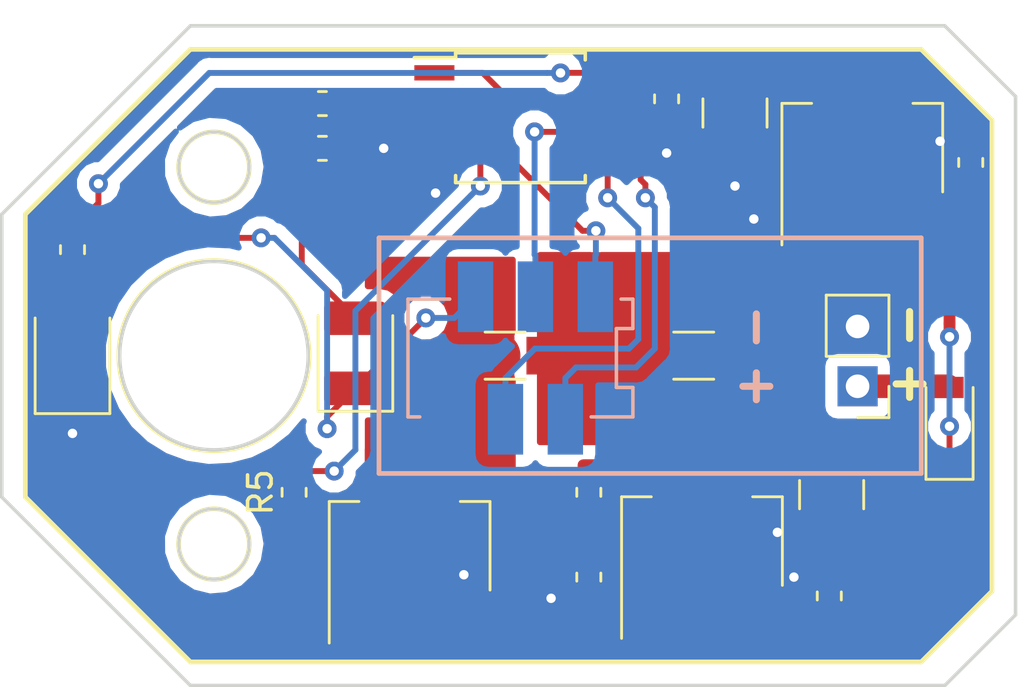
<source format=kicad_pcb>
(kicad_pcb (version 20171130) (host pcbnew "(5.0.2)-1")

  (general
    (thickness 1.6)
    (drawings 30)
    (tracks 155)
    (zones 0)
    (modules 22)
    (nets 18)
  )

  (page A4)
  (layers
    (0 F.Cu signal)
    (31 B.Cu signal)
    (32 B.Adhes user)
    (33 F.Adhes user)
    (34 B.Paste user)
    (35 F.Paste user)
    (36 B.SilkS user)
    (37 F.SilkS user)
    (38 B.Mask user)
    (39 F.Mask user)
    (40 Dwgs.User user)
    (41 Cmts.User user)
    (42 Eco1.User user)
    (43 Eco2.User user)
    (44 Edge.Cuts user)
    (45 Margin user)
    (46 B.CrtYd user)
    (47 F.CrtYd user)
    (48 B.Fab user)
    (49 F.Fab user)
  )

  (setup
    (last_trace_width 0.25)
    (trace_clearance 0.2)
    (zone_clearance 0.508)
    (zone_45_only no)
    (trace_min 0.2)
    (segment_width 0.2)
    (edge_width 0.15)
    (via_size 0.8)
    (via_drill 0.4)
    (via_min_size 0.4)
    (via_min_drill 0.3)
    (uvia_size 0.3)
    (uvia_drill 0.1)
    (uvias_allowed no)
    (uvia_min_size 0.2)
    (uvia_min_drill 0.1)
    (pcb_text_width 0.3)
    (pcb_text_size 1.5 1.5)
    (mod_edge_width 0.15)
    (mod_text_size 1 1)
    (mod_text_width 0.15)
    (pad_size 1.425 2.65)
    (pad_drill 0)
    (pad_to_mask_clearance 0.051)
    (solder_mask_min_width 0.25)
    (aux_axis_origin 0 0)
    (visible_elements 7FFFFFFF)
    (pcbplotparams
      (layerselection 0x010fc_ffffffff)
      (usegerberextensions false)
      (usegerberattributes false)
      (usegerberadvancedattributes false)
      (creategerberjobfile false)
      (excludeedgelayer true)
      (linewidth 0.100000)
      (plotframeref false)
      (viasonmask false)
      (mode 1)
      (useauxorigin false)
      (hpglpennumber 1)
      (hpglpenspeed 20)
      (hpglpendiameter 15.000000)
      (psnegative false)
      (psa4output false)
      (plotreference true)
      (plotvalue true)
      (plotinvisibletext false)
      (padsonsilk false)
      (subtractmaskfromsilk false)
      (outputformat 1)
      (mirror false)
      (drillshape 1)
      (scaleselection 1)
      (outputdirectory "Gerberdaten/"))
  )

  (net 0 "")
  (net 1 GND)
  (net 2 +5V)
  (net 3 +BATT)
  (net 4 /VLED)
  (net 5 "Net-(D1-Pad1)")
  (net 6 "Net-(D2-Pad1)")
  (net 7 "Net-(D3-Pad2)")
  (net 8 /MOSI)
  (net 9 /MISO)
  (net 10 /SCK)
  (net 11 /RESET)
  (net 12 /DigitalOutput)
  (net 13 "Net-(R1-Pad1)")
  (net 14 /AnalogInput)
  (net 15 "Net-(D4-Pad2)")
  (net 16 "Net-(Q1-Pad1)")
  (net 17 "Net-(Q2-Pad2)")

  (net_class Default "Dies ist die voreingestellte Netzklasse."
    (clearance 0.2)
    (trace_width 0.25)
    (via_dia 0.8)
    (via_drill 0.4)
    (uvia_dia 0.3)
    (uvia_drill 0.1)
    (add_net +5V)
    (add_net +BATT)
    (add_net /AnalogInput)
    (add_net /DigitalOutput)
    (add_net /MISO)
    (add_net /MOSI)
    (add_net /RESET)
    (add_net /SCK)
    (add_net /VLED)
    (add_net GND)
    (add_net "Net-(D1-Pad1)")
    (add_net "Net-(D2-Pad1)")
    (add_net "Net-(D3-Pad2)")
    (add_net "Net-(D4-Pad2)")
    (add_net "Net-(Q1-Pad1)")
    (add_net "Net-(Q2-Pad2)")
    (add_net "Net-(R1-Pad1)")
  )

  (module LED_SMD:LED_1210_3225Metric_Pad1.42x2.65mm_HandSolder (layer F.Cu) (tedit 5C546C05) (tstamp 5C564F6D)
    (at 107 113.9 90)
    (descr "LED SMD 1210 (3225 Metric), square (rectangular) end terminal, IPC_7351 nominal, (Body size source: http://www.tortai-tech.com/upload/download/2011102023233369053.pdf), generated with kicad-footprint-generator")
    (tags "LED handsolder")
    (path /5C55E6BC)
    (attr smd)
    (fp_text reference Q2 (at 0 -2.28 90) (layer F.SilkS) hide
      (effects (font (size 1 1) (thickness 0.15)))
    )
    (fp_text value SFH3015FA (at 0 2.28 90) (layer F.Fab)
      (effects (font (size 1 1) (thickness 0.15)))
    )
    (fp_line (start 1.6 -1.25) (end -0.975 -1.25) (layer F.Fab) (width 0.1))
    (fp_line (start -0.975 -1.25) (end -1.6 -0.625) (layer F.Fab) (width 0.1))
    (fp_line (start -1.6 -0.625) (end -1.6 1.25) (layer F.Fab) (width 0.1))
    (fp_line (start -1.6 1.25) (end 1.6 1.25) (layer F.Fab) (width 0.1))
    (fp_line (start 1.6 1.25) (end 1.6 -1.25) (layer F.Fab) (width 0.1))
    (fp_line (start 1.6 -1.585) (end -2.46 -1.585) (layer F.SilkS) (width 0.12))
    (fp_line (start -2.46 -1.585) (end -2.46 1.585) (layer F.SilkS) (width 0.12))
    (fp_line (start -2.46 1.585) (end 1.6 1.585) (layer F.SilkS) (width 0.12))
    (fp_line (start -2.45 1.58) (end -2.45 -1.58) (layer F.CrtYd) (width 0.05))
    (fp_line (start -2.45 -1.58) (end 2.45 -1.58) (layer F.CrtYd) (width 0.05))
    (fp_line (start 2.45 -1.58) (end 2.45 1.58) (layer F.CrtYd) (width 0.05))
    (fp_line (start 2.45 1.58) (end -2.45 1.58) (layer F.CrtYd) (width 0.05))
    (fp_text user %R (at 0 0 90) (layer F.Fab)
      (effects (font (size 0.8 0.8) (thickness 0.12)))
    )
    (pad 1 smd roundrect (at -1.4875 0 90) (size 1.425 2.65) (layers F.Cu F.Paste F.Mask) (roundrect_rratio 0.175439)
      (net 2 +5V))
    (pad 2 smd roundrect (at 1.4875 0 90) (size 1.425 2.65) (layers F.Cu F.Paste F.Mask) (roundrect_rratio 0.175439)
      (net 17 "Net-(Q2-Pad2)"))
    (model ${KISYS3DMOD}/LED_SMD.3dshapes/LED_1210_3225Metric.wrl
      (at (xyz 0 0 0))
      (scale (xyz 1 1 1))
      (rotate (xyz 0 0 0))
    )
  )

  (module Capacitor_SMD:C_0603_1608Metric_Pad1.05x0.95mm_HandSolder (layer F.Cu) (tedit 5C54B13C) (tstamp 5C564E91)
    (at 120.2 103.1 90)
    (descr "Capacitor SMD 0603 (1608 Metric), square (rectangular) end terminal, IPC_7351 nominal with elongated pad for handsoldering. (Body size source: http://www.tortai-tech.com/upload/download/2011102023233369053.pdf), generated with kicad-footprint-generator")
    (tags "capacitor handsolder")
    (path /5C516CC2)
    (attr smd)
    (fp_text reference C1 (at 0 -1.43 90) (layer F.SilkS) hide
      (effects (font (size 1 1) (thickness 0.15)))
    )
    (fp_text value "100nF 25V" (at 0 1.43 90) (layer F.Fab)
      (effects (font (size 1 1) (thickness 0.15)))
    )
    (fp_text user %R (at 0 0 90) (layer F.Fab)
      (effects (font (size 0.4 0.4) (thickness 0.06)))
    )
    (fp_line (start 1.65 0.73) (end -1.65 0.73) (layer F.CrtYd) (width 0.05))
    (fp_line (start 1.65 -0.73) (end 1.65 0.73) (layer F.CrtYd) (width 0.05))
    (fp_line (start -1.65 -0.73) (end 1.65 -0.73) (layer F.CrtYd) (width 0.05))
    (fp_line (start -1.65 0.73) (end -1.65 -0.73) (layer F.CrtYd) (width 0.05))
    (fp_line (start -0.171267 0.51) (end 0.171267 0.51) (layer F.SilkS) (width 0.12))
    (fp_line (start -0.171267 -0.51) (end 0.171267 -0.51) (layer F.SilkS) (width 0.12))
    (fp_line (start 0.8 0.4) (end -0.8 0.4) (layer F.Fab) (width 0.1))
    (fp_line (start 0.8 -0.4) (end 0.8 0.4) (layer F.Fab) (width 0.1))
    (fp_line (start -0.8 -0.4) (end 0.8 -0.4) (layer F.Fab) (width 0.1))
    (fp_line (start -0.8 0.4) (end -0.8 -0.4) (layer F.Fab) (width 0.1))
    (pad 2 smd roundrect (at 0.875 0 90) (size 1.05 0.95) (layers F.Cu F.Paste F.Mask) (roundrect_rratio 0.25)
      (net 2 +5V))
    (pad 1 smd roundrect (at -0.875 0 90) (size 1.05 0.95) (layers F.Cu F.Paste F.Mask) (roundrect_rratio 0.25)
      (net 1 GND))
    (model ${KISYS3DMOD}/Capacitor_SMD.3dshapes/C_0603_1608Metric.wrl
      (at (xyz 0 0 0))
      (scale (xyz 1 1 1))
      (rotate (xyz 0 0 0))
    )
  )

  (module Capacitor_SMD:C_0603_1608Metric_Pad1.05x0.95mm_HandSolder (layer F.Cu) (tedit 5C54B149) (tstamp 5C564EA2)
    (at 133.1 105.8 90)
    (descr "Capacitor SMD 0603 (1608 Metric), square (rectangular) end terminal, IPC_7351 nominal with elongated pad for handsoldering. (Body size source: http://www.tortai-tech.com/upload/download/2011102023233369053.pdf), generated with kicad-footprint-generator")
    (tags "capacitor handsolder")
    (path /5C5406DD)
    (attr smd)
    (fp_text reference C2 (at 0 -1.43 90) (layer F.SilkS) hide
      (effects (font (size 1 1) (thickness 0.15)))
    )
    (fp_text value "10uF 10V" (at 0 1.43 90) (layer F.Fab)
      (effects (font (size 1 1) (thickness 0.15)))
    )
    (fp_line (start -0.8 0.4) (end -0.8 -0.4) (layer F.Fab) (width 0.1))
    (fp_line (start -0.8 -0.4) (end 0.8 -0.4) (layer F.Fab) (width 0.1))
    (fp_line (start 0.8 -0.4) (end 0.8 0.4) (layer F.Fab) (width 0.1))
    (fp_line (start 0.8 0.4) (end -0.8 0.4) (layer F.Fab) (width 0.1))
    (fp_line (start -0.171267 -0.51) (end 0.171267 -0.51) (layer F.SilkS) (width 0.12))
    (fp_line (start -0.171267 0.51) (end 0.171267 0.51) (layer F.SilkS) (width 0.12))
    (fp_line (start -1.65 0.73) (end -1.65 -0.73) (layer F.CrtYd) (width 0.05))
    (fp_line (start -1.65 -0.73) (end 1.65 -0.73) (layer F.CrtYd) (width 0.05))
    (fp_line (start 1.65 -0.73) (end 1.65 0.73) (layer F.CrtYd) (width 0.05))
    (fp_line (start 1.65 0.73) (end -1.65 0.73) (layer F.CrtYd) (width 0.05))
    (fp_text user %R (at 0 0 90) (layer F.Fab)
      (effects (font (size 0.4 0.4) (thickness 0.06)))
    )
    (pad 1 smd roundrect (at -0.875 0 90) (size 1.05 0.95) (layers F.Cu F.Paste F.Mask) (roundrect_rratio 0.25)
      (net 3 +BATT))
    (pad 2 smd roundrect (at 0.875 0 90) (size 1.05 0.95) (layers F.Cu F.Paste F.Mask) (roundrect_rratio 0.25)
      (net 1 GND))
    (model ${KISYS3DMOD}/Capacitor_SMD.3dshapes/C_0603_1608Metric.wrl
      (at (xyz 0 0 0))
      (scale (xyz 1 1 1))
      (rotate (xyz 0 0 0))
    )
  )

  (module Capacitor_SMD:C_1210_3225Metric_Pad1.42x2.65mm_HandSolder (layer F.Cu) (tedit 5C5AA314) (tstamp 5C564EB3)
    (at 123.1 103.7 270)
    (descr "Capacitor SMD 1210 (3225 Metric), square (rectangular) end terminal, IPC_7351 nominal with elongated pad for handsoldering. (Body size source: http://www.tortai-tech.com/upload/download/2011102023233369053.pdf), generated with kicad-footprint-generator")
    (tags "capacitor handsolder")
    (path /5C540579)
    (attr smd)
    (fp_text reference C3 (at 0 -2.28 270) (layer F.SilkS) hide
      (effects (font (size 1 1) (thickness 0.15)))
    )
    (fp_text value "100uF 10V" (at 0 2.28 270) (layer F.Fab)
      (effects (font (size 1 1) (thickness 0.15)))
    )
    (fp_line (start -1.6 1.25) (end -1.6 -1.25) (layer F.Fab) (width 0.1))
    (fp_line (start -1.6 -1.25) (end 1.6 -1.25) (layer F.Fab) (width 0.1))
    (fp_line (start 1.6 -1.25) (end 1.6 1.25) (layer F.Fab) (width 0.1))
    (fp_line (start 1.6 1.25) (end -1.6 1.25) (layer F.Fab) (width 0.1))
    (fp_line (start -0.602064 -1.36) (end 0.602064 -1.36) (layer F.SilkS) (width 0.12))
    (fp_line (start -0.602064 1.36) (end 0.602064 1.36) (layer F.SilkS) (width 0.12))
    (fp_line (start -2.45 1.58) (end -2.45 -1.58) (layer F.CrtYd) (width 0.05))
    (fp_line (start -2.45 -1.58) (end 2.45 -1.58) (layer F.CrtYd) (width 0.05))
    (fp_line (start 2.45 -1.58) (end 2.45 1.58) (layer F.CrtYd) (width 0.05))
    (fp_line (start 2.45 1.58) (end -2.45 1.58) (layer F.CrtYd) (width 0.05))
    (fp_text user %R (at 0 0 270) (layer F.Fab)
      (effects (font (size 0.8 0.8) (thickness 0.12)))
    )
    (pad 1 smd roundrect (at -1.4875 0 270) (size 1.425 2.65) (layers F.Cu F.Paste F.Mask) (roundrect_rratio 0.175439)
      (net 2 +5V))
    (pad 2 smd roundrect (at 1.4875 0 270) (size 1.425 2.65) (layers F.Cu F.Paste F.Mask) (roundrect_rratio 0.175)
      (net 1 GND))
    (model ${KISYS3DMOD}/Capacitor_SMD.3dshapes/C_1210_3225Metric.wrl
      (at (xyz 0 0 0))
      (scale (xyz 1 1 1))
      (rotate (xyz 0 0 0))
    )
  )

  (module Capacitor_SMD:C_0603_1608Metric_Pad1.05x0.95mm_HandSolder (layer F.Cu) (tedit 5C54B157) (tstamp 5C564EC4)
    (at 127.1 124.2 90)
    (descr "Capacitor SMD 0603 (1608 Metric), square (rectangular) end terminal, IPC_7351 nominal with elongated pad for handsoldering. (Body size source: http://www.tortai-tech.com/upload/download/2011102023233369053.pdf), generated with kicad-footprint-generator")
    (tags "capacitor handsolder")
    (path /5C54BA5D)
    (attr smd)
    (fp_text reference C4 (at 0 -1.43 90) (layer F.SilkS) hide
      (effects (font (size 1 1) (thickness 0.15)))
    )
    (fp_text value "10uF 10V" (at 0 1.43 90) (layer F.Fab)
      (effects (font (size 1 1) (thickness 0.15)))
    )
    (fp_line (start -0.8 0.4) (end -0.8 -0.4) (layer F.Fab) (width 0.1))
    (fp_line (start -0.8 -0.4) (end 0.8 -0.4) (layer F.Fab) (width 0.1))
    (fp_line (start 0.8 -0.4) (end 0.8 0.4) (layer F.Fab) (width 0.1))
    (fp_line (start 0.8 0.4) (end -0.8 0.4) (layer F.Fab) (width 0.1))
    (fp_line (start -0.171267 -0.51) (end 0.171267 -0.51) (layer F.SilkS) (width 0.12))
    (fp_line (start -0.171267 0.51) (end 0.171267 0.51) (layer F.SilkS) (width 0.12))
    (fp_line (start -1.65 0.73) (end -1.65 -0.73) (layer F.CrtYd) (width 0.05))
    (fp_line (start -1.65 -0.73) (end 1.65 -0.73) (layer F.CrtYd) (width 0.05))
    (fp_line (start 1.65 -0.73) (end 1.65 0.73) (layer F.CrtYd) (width 0.05))
    (fp_line (start 1.65 0.73) (end -1.65 0.73) (layer F.CrtYd) (width 0.05))
    (fp_text user %R (at 0 0 90) (layer F.Fab)
      (effects (font (size 0.4 0.4) (thickness 0.06)))
    )
    (pad 1 smd roundrect (at -0.875 0 90) (size 1.05 0.95) (layers F.Cu F.Paste F.Mask) (roundrect_rratio 0.25)
      (net 3 +BATT))
    (pad 2 smd roundrect (at 0.875 0 90) (size 1.05 0.95) (layers F.Cu F.Paste F.Mask) (roundrect_rratio 0.25)
      (net 1 GND))
    (model ${KISYS3DMOD}/Capacitor_SMD.3dshapes/C_0603_1608Metric.wrl
      (at (xyz 0 0 0))
      (scale (xyz 1 1 1))
      (rotate (xyz 0 0 0))
    )
  )

  (module LED_SMD:LED_Cree-XQ_HandSoldering (layer F.Cu) (tedit 5C54B14E) (tstamp 5C564EEC)
    (at 122 114)
    (descr "LED Cree-XQ handsoldering pads http://www.cree.com/~/media/Files/Cree/LED-Components-and-Modules/XLamp/Data-and-Binning/ds-XQB.pdf")
    (tags "LED Cree XQ")
    (path /5C55230A)
    (attr smd)
    (fp_text reference D1 (at 0 -2) (layer F.SilkS) hide
      (effects (font (size 1 1) (thickness 0.15)))
    )
    (fp_text value LED (at 0 2) (layer F.Fab)
      (effects (font (size 1 1) (thickness 0.15)))
    )
    (fp_text user %R (at 0 0) (layer F.Fab)
      (effects (font (size 0.5 0.5) (thickness 0.05)))
    )
    (fp_line (start -0.8 -0.8) (end 0.8 -0.8) (layer F.Fab) (width 0.1))
    (fp_line (start 0.8 -0.8) (end 0.8 0.8) (layer F.Fab) (width 0.1))
    (fp_line (start 0.8 0.8) (end -0.8 0.8) (layer F.Fab) (width 0.1))
    (fp_line (start -0.8 0.8) (end -0.8 -0.8) (layer F.Fab) (width 0.1))
    (fp_line (start 0.6 0) (end 0.2 0) (layer F.Fab) (width 0.1))
    (fp_line (start -0.6 0) (end -0.2 0) (layer F.Fab) (width 0.1))
    (fp_line (start -0.2 -0.2) (end -0.2 0.2) (layer F.Fab) (width 0.1))
    (fp_line (start -0.2 0) (end 0.2 -0.2) (layer F.Fab) (width 0.1))
    (fp_line (start 0.2 -0.2) (end 0.2 0.2) (layer F.Fab) (width 0.1))
    (fp_line (start 0.2 0.2) (end -0.2 0) (layer F.Fab) (width 0.1))
    (fp_line (start 0.2 -1) (end -1.5 -1) (layer F.SilkS) (width 0.12))
    (fp_line (start 0.2 1) (end -1.5 1) (layer F.SilkS) (width 0.12))
    (fp_line (start 1.8 -1.1) (end 1.8 1.1) (layer F.CrtYd) (width 0.05))
    (fp_line (start 1.8 1.1) (end -1.8 1.1) (layer F.CrtYd) (width 0.05))
    (fp_line (start -1.8 1.1) (end -1.8 -1.1) (layer F.CrtYd) (width 0.05))
    (fp_line (start -1.8 -1.1) (end 1.8 -1.1) (layer F.CrtYd) (width 0.05))
    (pad 2 smd rect (at 0.88 0) (size 1.25 1.6) (layers F.Cu F.Paste F.Mask)
      (net 4 /VLED))
    (pad 1 smd rect (at -0.88 0) (size 1.25 1.6) (layers F.Cu F.Paste F.Mask)
      (net 5 "Net-(D1-Pad1)"))
    (model ${KISYS3DMOD}/LED_SMD.3dshapes/LED_Cree-XQ.wrl
      (at (xyz 0 0 0))
      (scale (xyz 1 1 1))
      (rotate (xyz 0 0 0))
    )
  )

  (module LED_SMD:LED_Cree-XQ_HandSoldering (layer F.Cu) (tedit 5C546C0E) (tstamp 5C564F03)
    (at 114 114)
    (descr "LED Cree-XQ handsoldering pads http://www.cree.com/~/media/Files/Cree/LED-Components-and-Modules/XLamp/Data-and-Binning/ds-XQB.pdf")
    (tags "LED Cree XQ")
    (path /5C5488FD)
    (attr smd)
    (fp_text reference D2 (at 0 -2) (layer F.SilkS) hide
      (effects (font (size 1 1) (thickness 0.15)))
    )
    (fp_text value LED (at 0 2) (layer F.Fab)
      (effects (font (size 1 1) (thickness 0.15)))
    )
    (fp_line (start -1.8 -1.1) (end 1.8 -1.1) (layer F.CrtYd) (width 0.05))
    (fp_line (start -1.8 1.1) (end -1.8 -1.1) (layer F.CrtYd) (width 0.05))
    (fp_line (start 1.8 1.1) (end -1.8 1.1) (layer F.CrtYd) (width 0.05))
    (fp_line (start 1.8 -1.1) (end 1.8 1.1) (layer F.CrtYd) (width 0.05))
    (fp_line (start 0.2 1) (end -1.5 1) (layer F.SilkS) (width 0.12))
    (fp_line (start 0.2 -1) (end -1.5 -1) (layer F.SilkS) (width 0.12))
    (fp_line (start 0.2 0.2) (end -0.2 0) (layer F.Fab) (width 0.1))
    (fp_line (start 0.2 -0.2) (end 0.2 0.2) (layer F.Fab) (width 0.1))
    (fp_line (start -0.2 0) (end 0.2 -0.2) (layer F.Fab) (width 0.1))
    (fp_line (start -0.2 -0.2) (end -0.2 0.2) (layer F.Fab) (width 0.1))
    (fp_line (start -0.6 0) (end -0.2 0) (layer F.Fab) (width 0.1))
    (fp_line (start 0.6 0) (end 0.2 0) (layer F.Fab) (width 0.1))
    (fp_line (start -0.8 0.8) (end -0.8 -0.8) (layer F.Fab) (width 0.1))
    (fp_line (start 0.8 0.8) (end -0.8 0.8) (layer F.Fab) (width 0.1))
    (fp_line (start 0.8 -0.8) (end 0.8 0.8) (layer F.Fab) (width 0.1))
    (fp_line (start -0.8 -0.8) (end 0.8 -0.8) (layer F.Fab) (width 0.1))
    (fp_text user %R (at 0 0) (layer F.Fab)
      (effects (font (size 0.5 0.5) (thickness 0.05)))
    )
    (pad 1 smd rect (at -0.88 0) (size 1.25 1.6) (layers F.Cu F.Paste F.Mask)
      (net 6 "Net-(D2-Pad1)"))
    (pad 2 smd rect (at 0.88 0) (size 1.25 1.6) (layers F.Cu F.Paste F.Mask)
      (net 5 "Net-(D1-Pad1)"))
    (model ${KISYS3DMOD}/LED_SMD.3dshapes/LED_Cree-XQ.wrl
      (at (xyz 0 0 0))
      (scale (xyz 1 1 1))
      (rotate (xyz 0 0 0))
    )
  )

  (module LED_SMD:LED_1210_3225Metric_Pad1.42x2.65mm_HandSolder (layer F.Cu) (tedit 5C546BF3) (tstamp 5C564F16)
    (at 95 114 90)
    (descr "LED SMD 1210 (3225 Metric), square (rectangular) end terminal, IPC_7351 nominal, (Body size source: http://www.tortai-tech.com/upload/download/2011102023233369053.pdf), generated with kicad-footprint-generator")
    (tags "LED handsolder")
    (path /5C55E33F)
    (attr smd)
    (fp_text reference D3 (at 0 -2.28 90) (layer F.SilkS) hide
      (effects (font (size 1 1) (thickness 0.15)))
    )
    (fp_text value SFH4045N (at 0 2.28 90) (layer F.Fab)
      (effects (font (size 1 1) (thickness 0.15)))
    )
    (fp_text user %R (at 0 0 90) (layer F.Fab)
      (effects (font (size 0.8 0.8) (thickness 0.12)))
    )
    (fp_line (start 2.45 1.58) (end -2.45 1.58) (layer F.CrtYd) (width 0.05))
    (fp_line (start 2.45 -1.58) (end 2.45 1.58) (layer F.CrtYd) (width 0.05))
    (fp_line (start -2.45 -1.58) (end 2.45 -1.58) (layer F.CrtYd) (width 0.05))
    (fp_line (start -2.45 1.58) (end -2.45 -1.58) (layer F.CrtYd) (width 0.05))
    (fp_line (start -2.46 1.585) (end 1.6 1.585) (layer F.SilkS) (width 0.12))
    (fp_line (start -2.46 -1.585) (end -2.46 1.585) (layer F.SilkS) (width 0.12))
    (fp_line (start 1.6 -1.585) (end -2.46 -1.585) (layer F.SilkS) (width 0.12))
    (fp_line (start 1.6 1.25) (end 1.6 -1.25) (layer F.Fab) (width 0.1))
    (fp_line (start -1.6 1.25) (end 1.6 1.25) (layer F.Fab) (width 0.1))
    (fp_line (start -1.6 -0.625) (end -1.6 1.25) (layer F.Fab) (width 0.1))
    (fp_line (start -0.975 -1.25) (end -1.6 -0.625) (layer F.Fab) (width 0.1))
    (fp_line (start 1.6 -1.25) (end -0.975 -1.25) (layer F.Fab) (width 0.1))
    (pad 2 smd roundrect (at 1.4875 0 90) (size 1.425 2.65) (layers F.Cu F.Paste F.Mask) (roundrect_rratio 0.175439)
      (net 7 "Net-(D3-Pad2)"))
    (pad 1 smd roundrect (at -1.4875 0 90) (size 1.425 2.65) (layers F.Cu F.Paste F.Mask) (roundrect_rratio 0.175439)
      (net 1 GND))
    (model ${KISYS3DMOD}/LED_SMD.3dshapes/LED_1210_3225Metric.wrl
      (at (xyz 0 0 0))
      (scale (xyz 1 1 1))
      (rotate (xyz 0 0 0))
    )
  )

  (module Connector_PinHeader_2.54mm:PinHeader_1x02_P2.54mm_Vertical (layer F.Cu) (tedit 5C543CC8) (tstamp 5C564F2C)
    (at 128.3 115.3 180)
    (descr "Through hole straight pin header, 1x02, 2.54mm pitch, single row")
    (tags "Through hole pin header THT 1x02 2.54mm single row")
    (path /5C546829)
    (fp_text reference J1 (at 0 -2.33 180) (layer F.SilkS) hide
      (effects (font (size 1 1) (thickness 0.15)))
    )
    (fp_text value "Pins 2P" (at 0 4.87 180) (layer F.Fab) hide
      (effects (font (size 1 1) (thickness 0.15)))
    )
    (fp_line (start -0.635 -1.27) (end 1.27 -1.27) (layer F.Fab) (width 0.1))
    (fp_line (start 1.27 -1.27) (end 1.27 3.81) (layer F.Fab) (width 0.1))
    (fp_line (start 1.27 3.81) (end -1.27 3.81) (layer F.Fab) (width 0.1))
    (fp_line (start -1.27 3.81) (end -1.27 -0.635) (layer F.Fab) (width 0.1))
    (fp_line (start -1.27 -0.635) (end -0.635 -1.27) (layer F.Fab) (width 0.1))
    (fp_line (start -1.33 3.87) (end 1.33 3.87) (layer F.SilkS) (width 0.12))
    (fp_line (start -1.33 1.27) (end -1.33 3.87) (layer F.SilkS) (width 0.12))
    (fp_line (start 1.33 1.27) (end 1.33 3.87) (layer F.SilkS) (width 0.12))
    (fp_line (start -1.33 1.27) (end 1.33 1.27) (layer F.SilkS) (width 0.12))
    (fp_line (start -1.33 0) (end -1.33 -1.33) (layer F.SilkS) (width 0.12))
    (fp_line (start -1.33 -1.33) (end 0 -1.33) (layer F.SilkS) (width 0.12))
    (fp_line (start -1.8 -1.8) (end -1.8 4.35) (layer F.CrtYd) (width 0.05))
    (fp_line (start -1.8 4.35) (end 1.8 4.35) (layer F.CrtYd) (width 0.05))
    (fp_line (start 1.8 4.35) (end 1.8 -1.8) (layer F.CrtYd) (width 0.05))
    (fp_line (start 1.8 -1.8) (end -1.8 -1.8) (layer F.CrtYd) (width 0.05))
    (fp_text user %R (at 0 1.27 270) (layer F.Fab)
      (effects (font (size 1 1) (thickness 0.15)))
    )
    (pad 1 thru_hole rect (at 0 0 180) (size 1.7 1.7) (drill 1) (layers *.Cu *.Mask)
      (net 15 "Net-(D4-Pad2)"))
    (pad 2 thru_hole oval (at 0 2.54 180) (size 1.7 1.7) (drill 1) (layers *.Cu *.Mask)
      (net 1 GND))
    (model ${KISYS3DMOD}/Connector_PinHeader_2.54mm.3dshapes/PinHeader_1x02_P2.54mm_Vertical.wrl
      (at (xyz 0 0 0))
      (scale (xyz 1 1 1))
      (rotate (xyz 0 0 0))
    )
  )

  (module Connector:ConnectorMicromatch-6 (layer B.Cu) (tedit 5C543CBD) (tstamp 5C564F44)
    (at 114 114.1)
    (descr ConnectorMicromatch-6)
    (path /5C5416FF)
    (attr smd)
    (fp_text reference J2 (at 0 5.35) (layer B.SilkS) hide
      (effects (font (size 1 1) (thickness 0.15)) (justify mirror))
    )
    (fp_text value "MicroMatch 6P" (at 0 -5.35) (layer B.Fab) hide
      (effects (font (size 1 1) (thickness 0.15)) (justify mirror))
    )
    (fp_line (start -4.27 2.5) (end -4.77 2.5) (layer B.SilkS) (width 0.15))
    (fp_line (start -4.77 2.5) (end -4.77 -2.5) (layer B.SilkS) (width 0.15))
    (fp_line (start -4.77 -2.5) (end -3 -2.5) (layer B.SilkS) (width 0.15))
    (fp_line (start 3 2.5) (end 4.77 2.5) (layer B.SilkS) (width 0.15))
    (fp_line (start 4.77 2.5) (end 4.77 1.25) (layer B.SilkS) (width 0.15))
    (fp_line (start 4.77 1.25) (end 4.07 1.25) (layer B.SilkS) (width 0.15))
    (fp_line (start 4.07 1.25) (end 4.07 -1.25) (layer B.SilkS) (width 0.15))
    (fp_line (start 4.07 -1.25) (end 4.77 -1.25) (layer B.SilkS) (width 0.15))
    (fp_line (start 4.77 -1.25) (end 4.77 -2.5) (layer B.SilkS) (width 0.15))
    (fp_line (start 4.77 -2.5) (end 4.27 -2.5) (layer B.SilkS) (width 0.15))
    (fp_line (start -5.02 4.35) (end 5.02 4.35) (layer B.CrtYd) (width 0.05))
    (fp_line (start 5.02 4.35) (end 5.02 -4.35) (layer B.CrtYd) (width 0.05))
    (fp_line (start 5.02 -4.35) (end -5.02 -4.35) (layer B.CrtYd) (width 0.05))
    (fp_line (start -5.02 -4.35) (end -5.02 4.35) (layer B.CrtYd) (width 0.05))
    (pad 1 smd rect (at -3.175 2.6) (size 1.5 3) (layers B.Cu B.Paste B.Mask)
      (net 1 GND))
    (pad 2 smd rect (at -1.905 -2.6) (size 1.5 3) (layers B.Cu B.Paste B.Mask)
      (net 2 +5V))
    (pad 3 smd rect (at -0.635 2.6) (size 1.5 3) (layers B.Cu B.Paste B.Mask)
      (net 8 /MOSI))
    (pad 4 smd rect (at 0.635 -2.6) (size 1.5 3) (layers B.Cu B.Paste B.Mask)
      (net 9 /MISO))
    (pad 5 smd rect (at 1.905 2.6) (size 1.5 3) (layers B.Cu B.Paste B.Mask)
      (net 10 /SCK))
    (pad 6 smd rect (at 3.175 -2.6) (size 1.5 3) (layers B.Cu B.Paste B.Mask)
      (net 11 /RESET))
  )

  (module Package_TO_SOT_SMD:SOT-223-3_TabPin2 (layer F.Cu) (tedit 5C546C09) (tstamp 5C564F5A)
    (at 109.3 122.1 90)
    (descr "module CMS SOT223 4 pins")
    (tags "CMS SOT")
    (path /5C55A9B2)
    (attr smd)
    (fp_text reference Q1 (at 0 -4.5 90) (layer F.SilkS) hide
      (effects (font (size 1 1) (thickness 0.15)))
    )
    (fp_text value BSP318S (at 0 4.5 90) (layer F.Fab)
      (effects (font (size 1 1) (thickness 0.15)))
    )
    (fp_line (start 1.85 -3.35) (end 1.85 3.35) (layer F.Fab) (width 0.1))
    (fp_line (start -1.85 3.35) (end 1.85 3.35) (layer F.Fab) (width 0.1))
    (fp_line (start -4.1 -3.41) (end 1.91 -3.41) (layer F.SilkS) (width 0.12))
    (fp_line (start -0.85 -3.35) (end 1.85 -3.35) (layer F.Fab) (width 0.1))
    (fp_line (start -1.85 3.41) (end 1.91 3.41) (layer F.SilkS) (width 0.12))
    (fp_line (start -1.85 -2.35) (end -1.85 3.35) (layer F.Fab) (width 0.1))
    (fp_line (start -1.85 -2.35) (end -0.85 -3.35) (layer F.Fab) (width 0.1))
    (fp_line (start -4.4 -3.6) (end -4.4 3.6) (layer F.CrtYd) (width 0.05))
    (fp_line (start -4.4 3.6) (end 4.4 3.6) (layer F.CrtYd) (width 0.05))
    (fp_line (start 4.4 3.6) (end 4.4 -3.6) (layer F.CrtYd) (width 0.05))
    (fp_line (start 4.4 -3.6) (end -4.4 -3.6) (layer F.CrtYd) (width 0.05))
    (fp_line (start 1.91 -3.41) (end 1.91 -2.15) (layer F.SilkS) (width 0.12))
    (fp_line (start 1.91 3.41) (end 1.91 2.15) (layer F.SilkS) (width 0.12))
    (fp_text user %R (at 0 0 180) (layer F.Fab)
      (effects (font (size 0.8 0.8) (thickness 0.12)))
    )
    (pad 1 smd rect (at -3.15 -2.3 90) (size 2 1.5) (layers F.Cu F.Paste F.Mask)
      (net 16 "Net-(Q1-Pad1)"))
    (pad 3 smd rect (at -3.15 2.3 90) (size 2 1.5) (layers F.Cu F.Paste F.Mask)
      (net 1 GND))
    (pad 2 smd rect (at -3.15 0 90) (size 2 1.5) (layers F.Cu F.Paste F.Mask)
      (net 6 "Net-(D2-Pad1)"))
    (pad 2 smd rect (at 3.15 0 90) (size 2 3.8) (layers F.Cu F.Paste F.Mask)
      (net 6 "Net-(D2-Pad1)"))
    (model ${KISYS3DMOD}/Package_TO_SOT_SMD.3dshapes/SOT-223.wrl
      (at (xyz 0 0 0))
      (scale (xyz 1 1 1))
      (rotate (xyz 0 0 0))
    )
  )

  (module Resistor_SMD:R_0603_1608Metric_Pad1.05x0.95mm_HandSolder (layer F.Cu) (tedit 5C54B15B) (tstamp 5C564F7E)
    (at 116.9 123.4 270)
    (descr "Resistor SMD 0603 (1608 Metric), square (rectangular) end terminal, IPC_7351 nominal with elongated pad for handsoldering. (Body size source: http://www.tortai-tech.com/upload/download/2011102023233369053.pdf), generated with kicad-footprint-generator")
    (tags "resistor handsolder")
    (path /5C549B4F)
    (attr smd)
    (fp_text reference R1 (at 0 -1.43 270) (layer F.SilkS) hide
      (effects (font (size 1 1) (thickness 0.15)))
    )
    (fp_text value 5.6K (at 0 1.43 270) (layer F.Fab)
      (effects (font (size 1 1) (thickness 0.15)))
    )
    (fp_line (start -0.8 0.4) (end -0.8 -0.4) (layer F.Fab) (width 0.1))
    (fp_line (start -0.8 -0.4) (end 0.8 -0.4) (layer F.Fab) (width 0.1))
    (fp_line (start 0.8 -0.4) (end 0.8 0.4) (layer F.Fab) (width 0.1))
    (fp_line (start 0.8 0.4) (end -0.8 0.4) (layer F.Fab) (width 0.1))
    (fp_line (start -0.171267 -0.51) (end 0.171267 -0.51) (layer F.SilkS) (width 0.12))
    (fp_line (start -0.171267 0.51) (end 0.171267 0.51) (layer F.SilkS) (width 0.12))
    (fp_line (start -1.65 0.73) (end -1.65 -0.73) (layer F.CrtYd) (width 0.05))
    (fp_line (start -1.65 -0.73) (end 1.65 -0.73) (layer F.CrtYd) (width 0.05))
    (fp_line (start 1.65 -0.73) (end 1.65 0.73) (layer F.CrtYd) (width 0.05))
    (fp_line (start 1.65 0.73) (end -1.65 0.73) (layer F.CrtYd) (width 0.05))
    (fp_text user %R (at 0 0 270) (layer F.Fab)
      (effects (font (size 0.4 0.4) (thickness 0.06)))
    )
    (pad 1 smd roundrect (at -0.875 0 270) (size 1.05 0.95) (layers F.Cu F.Paste F.Mask) (roundrect_rratio 0.25)
      (net 13 "Net-(R1-Pad1)"))
    (pad 2 smd roundrect (at 0.875 0 270) (size 1.05 0.95) (layers F.Cu F.Paste F.Mask) (roundrect_rratio 0.25)
      (net 1 GND))
    (model ${KISYS3DMOD}/Resistor_SMD.3dshapes/R_0603_1608Metric.wrl
      (at (xyz 0 0 0))
      (scale (xyz 1 1 1))
      (rotate (xyz 0 0 0))
    )
  )

  (module Resistor_SMD:R_0603_1608Metric_Pad1.05x0.95mm_HandSolder (layer F.Cu) (tedit 5C54B15D) (tstamp 5C564F8F)
    (at 116.9 119.8 270)
    (descr "Resistor SMD 0603 (1608 Metric), square (rectangular) end terminal, IPC_7351 nominal with elongated pad for handsoldering. (Body size source: http://www.tortai-tech.com/upload/download/2011102023233369053.pdf), generated with kicad-footprint-generator")
    (tags "resistor handsolder")
    (path /5C549B9D)
    (attr smd)
    (fp_text reference R2 (at 0 -1.43 270) (layer F.SilkS) hide
      (effects (font (size 1 1) (thickness 0.15)))
    )
    (fp_text value 1.3K (at 0 1.43 270) (layer F.Fab)
      (effects (font (size 1 1) (thickness 0.15)))
    )
    (fp_text user %R (at 0 0 270) (layer F.Fab)
      (effects (font (size 0.4 0.4) (thickness 0.06)))
    )
    (fp_line (start 1.65 0.73) (end -1.65 0.73) (layer F.CrtYd) (width 0.05))
    (fp_line (start 1.65 -0.73) (end 1.65 0.73) (layer F.CrtYd) (width 0.05))
    (fp_line (start -1.65 -0.73) (end 1.65 -0.73) (layer F.CrtYd) (width 0.05))
    (fp_line (start -1.65 0.73) (end -1.65 -0.73) (layer F.CrtYd) (width 0.05))
    (fp_line (start -0.171267 0.51) (end 0.171267 0.51) (layer F.SilkS) (width 0.12))
    (fp_line (start -0.171267 -0.51) (end 0.171267 -0.51) (layer F.SilkS) (width 0.12))
    (fp_line (start 0.8 0.4) (end -0.8 0.4) (layer F.Fab) (width 0.1))
    (fp_line (start 0.8 -0.4) (end 0.8 0.4) (layer F.Fab) (width 0.1))
    (fp_line (start -0.8 -0.4) (end 0.8 -0.4) (layer F.Fab) (width 0.1))
    (fp_line (start -0.8 0.4) (end -0.8 -0.4) (layer F.Fab) (width 0.1))
    (pad 2 smd roundrect (at 0.875 0 270) (size 1.05 0.95) (layers F.Cu F.Paste F.Mask) (roundrect_rratio 0.25)
      (net 13 "Net-(R1-Pad1)"))
    (pad 1 smd roundrect (at -0.875 0 270) (size 1.05 0.95) (layers F.Cu F.Paste F.Mask) (roundrect_rratio 0.25)
      (net 4 /VLED))
    (model ${KISYS3DMOD}/Resistor_SMD.3dshapes/R_0603_1608Metric.wrl
      (at (xyz 0 0 0))
      (scale (xyz 1 1 1))
      (rotate (xyz 0 0 0))
    )
  )

  (module Resistor_SMD:R_0603_1608Metric_Pad1.05x0.95mm_HandSolder (layer F.Cu) (tedit 5C546BFF) (tstamp 5C564FA0)
    (at 105.6 105.2)
    (descr "Resistor SMD 0603 (1608 Metric), square (rectangular) end terminal, IPC_7351 nominal with elongated pad for handsoldering. (Body size source: http://www.tortai-tech.com/upload/download/2011102023233369053.pdf), generated with kicad-footprint-generator")
    (tags "resistor handsolder")
    (path /5C55F1AD)
    (attr smd)
    (fp_text reference R3 (at 0 -1.43) (layer F.SilkS) hide
      (effects (font (size 1 1) (thickness 0.15)))
    )
    (fp_text value 1K (at 0 1.43) (layer F.Fab)
      (effects (font (size 1 1) (thickness 0.15)))
    )
    (fp_text user %R (at 0 0) (layer F.Fab)
      (effects (font (size 0.4 0.4) (thickness 0.06)))
    )
    (fp_line (start 1.65 0.73) (end -1.65 0.73) (layer F.CrtYd) (width 0.05))
    (fp_line (start 1.65 -0.73) (end 1.65 0.73) (layer F.CrtYd) (width 0.05))
    (fp_line (start -1.65 -0.73) (end 1.65 -0.73) (layer F.CrtYd) (width 0.05))
    (fp_line (start -1.65 0.73) (end -1.65 -0.73) (layer F.CrtYd) (width 0.05))
    (fp_line (start -0.171267 0.51) (end 0.171267 0.51) (layer F.SilkS) (width 0.12))
    (fp_line (start -0.171267 -0.51) (end 0.171267 -0.51) (layer F.SilkS) (width 0.12))
    (fp_line (start 0.8 0.4) (end -0.8 0.4) (layer F.Fab) (width 0.1))
    (fp_line (start 0.8 -0.4) (end 0.8 0.4) (layer F.Fab) (width 0.1))
    (fp_line (start -0.8 -0.4) (end 0.8 -0.4) (layer F.Fab) (width 0.1))
    (fp_line (start -0.8 0.4) (end -0.8 -0.4) (layer F.Fab) (width 0.1))
    (pad 2 smd roundrect (at 0.875 0) (size 1.05 0.95) (layers F.Cu F.Paste F.Mask) (roundrect_rratio 0.25)
      (net 1 GND))
    (pad 1 smd roundrect (at -0.875 0) (size 1.05 0.95) (layers F.Cu F.Paste F.Mask) (roundrect_rratio 0.25)
      (net 17 "Net-(Q2-Pad2)"))
    (model ${KISYS3DMOD}/Resistor_SMD.3dshapes/R_0603_1608Metric.wrl
      (at (xyz 0 0 0))
      (scale (xyz 1 1 1))
      (rotate (xyz 0 0 0))
    )
  )

  (module Resistor_SMD:R_0603_1608Metric_Pad1.05x0.95mm_HandSolder (layer F.Cu) (tedit 5C546BF8) (tstamp 5C564FB1)
    (at 95 109.5 270)
    (descr "Resistor SMD 0603 (1608 Metric), square (rectangular) end terminal, IPC_7351 nominal with elongated pad for handsoldering. (Body size source: http://www.tortai-tech.com/upload/download/2011102023233369053.pdf), generated with kicad-footprint-generator")
    (tags "resistor handsolder")
    (path /5C563B70)
    (attr smd)
    (fp_text reference R4 (at 0 -1.43 270) (layer F.SilkS) hide
      (effects (font (size 1 1) (thickness 0.15)))
    )
    (fp_text value 47 (at 0 1.43 270) (layer F.Fab)
      (effects (font (size 1 1) (thickness 0.15)))
    )
    (fp_line (start -0.8 0.4) (end -0.8 -0.4) (layer F.Fab) (width 0.1))
    (fp_line (start -0.8 -0.4) (end 0.8 -0.4) (layer F.Fab) (width 0.1))
    (fp_line (start 0.8 -0.4) (end 0.8 0.4) (layer F.Fab) (width 0.1))
    (fp_line (start 0.8 0.4) (end -0.8 0.4) (layer F.Fab) (width 0.1))
    (fp_line (start -0.171267 -0.51) (end 0.171267 -0.51) (layer F.SilkS) (width 0.12))
    (fp_line (start -0.171267 0.51) (end 0.171267 0.51) (layer F.SilkS) (width 0.12))
    (fp_line (start -1.65 0.73) (end -1.65 -0.73) (layer F.CrtYd) (width 0.05))
    (fp_line (start -1.65 -0.73) (end 1.65 -0.73) (layer F.CrtYd) (width 0.05))
    (fp_line (start 1.65 -0.73) (end 1.65 0.73) (layer F.CrtYd) (width 0.05))
    (fp_line (start 1.65 0.73) (end -1.65 0.73) (layer F.CrtYd) (width 0.05))
    (fp_text user %R (at 0 0 270) (layer F.Fab)
      (effects (font (size 0.4 0.4) (thickness 0.06)))
    )
    (pad 1 smd roundrect (at -0.875 0 270) (size 1.05 0.95) (layers F.Cu F.Paste F.Mask) (roundrect_rratio 0.25)
      (net 2 +5V))
    (pad 2 smd roundrect (at 0.875 0 270) (size 1.05 0.95) (layers F.Cu F.Paste F.Mask) (roundrect_rratio 0.25)
      (net 7 "Net-(D3-Pad2)"))
    (model ${KISYS3DMOD}/Resistor_SMD.3dshapes/R_0603_1608Metric.wrl
      (at (xyz 0 0 0))
      (scale (xyz 1 1 1))
      (rotate (xyz 0 0 0))
    )
  )

  (module Package_SO:SOIJ-8_5.3x5.3mm_P1.27mm (layer F.Cu) (tedit 5C54B139) (tstamp 5C564FCE)
    (at 114 103.9)
    (descr "8-Lead Plastic Small Outline (SM) - Medium, 5.28 mm Body [SOIC] (see Microchip Packaging Specification 00000049BS.pdf)")
    (tags "SOIC 1.27")
    (path /5C5161C5)
    (attr smd)
    (fp_text reference U1 (at 0 -3.68) (layer F.SilkS) hide
      (effects (font (size 1 1) (thickness 0.15)))
    )
    (fp_text value ATtiny85-20SU (at 0 3.68) (layer F.Fab)
      (effects (font (size 1 1) (thickness 0.15)))
    )
    (fp_text user %R (at 0 0) (layer F.Fab)
      (effects (font (size 1 1) (thickness 0.15)))
    )
    (fp_line (start -1.65 -2.65) (end 2.65 -2.65) (layer F.Fab) (width 0.15))
    (fp_line (start 2.65 -2.65) (end 2.65 2.65) (layer F.Fab) (width 0.15))
    (fp_line (start 2.65 2.65) (end -2.65 2.65) (layer F.Fab) (width 0.15))
    (fp_line (start -2.65 2.65) (end -2.65 -1.65) (layer F.Fab) (width 0.15))
    (fp_line (start -2.65 -1.65) (end -1.65 -2.65) (layer F.Fab) (width 0.15))
    (fp_line (start -4.75 -2.95) (end -4.75 2.95) (layer F.CrtYd) (width 0.05))
    (fp_line (start 4.75 -2.95) (end 4.75 2.95) (layer F.CrtYd) (width 0.05))
    (fp_line (start -4.75 -2.95) (end 4.75 -2.95) (layer F.CrtYd) (width 0.05))
    (fp_line (start -4.75 2.95) (end 4.75 2.95) (layer F.CrtYd) (width 0.05))
    (fp_line (start -2.75 -2.755) (end -2.75 -2.55) (layer F.SilkS) (width 0.15))
    (fp_line (start 2.75 -2.755) (end 2.75 -2.455) (layer F.SilkS) (width 0.15))
    (fp_line (start 2.75 2.755) (end 2.75 2.455) (layer F.SilkS) (width 0.15))
    (fp_line (start -2.75 2.755) (end -2.75 2.455) (layer F.SilkS) (width 0.15))
    (fp_line (start -2.75 -2.755) (end 2.75 -2.755) (layer F.SilkS) (width 0.15))
    (fp_line (start -2.75 2.755) (end 2.75 2.755) (layer F.SilkS) (width 0.15))
    (fp_line (start -2.75 -2.55) (end -4.5 -2.55) (layer F.SilkS) (width 0.15))
    (pad 1 smd rect (at -3.65 -1.905) (size 1.7 0.65) (layers F.Cu F.Paste F.Mask)
      (net 11 /RESET))
    (pad 2 smd rect (at -3.65 -0.635) (size 1.7 0.65) (layers F.Cu F.Paste F.Mask)
      (net 14 /AnalogInput))
    (pad 3 smd rect (at -3.65 0.635) (size 1.7 0.65) (layers F.Cu F.Paste F.Mask)
      (net 12 /DigitalOutput))
    (pad 4 smd rect (at -3.65 1.905) (size 1.7 0.65) (layers F.Cu F.Paste F.Mask)
      (net 1 GND))
    (pad 5 smd rect (at 3.65 1.905) (size 1.7 0.65) (layers F.Cu F.Paste F.Mask)
      (net 8 /MOSI))
    (pad 6 smd rect (at 3.65 0.635) (size 1.7 0.65) (layers F.Cu F.Paste F.Mask)
      (net 9 /MISO))
    (pad 7 smd rect (at 3.65 -0.635) (size 1.7 0.65) (layers F.Cu F.Paste F.Mask)
      (net 10 /SCK))
    (pad 8 smd rect (at 3.65 -1.905) (size 1.7 0.65) (layers F.Cu F.Paste F.Mask)
      (net 2 +5V))
    (model ${KISYS3DMOD}/Package_SO.3dshapes/SOIJ-8_5.3x5.3mm_P1.27mm.wrl
      (at (xyz 0 0 0))
      (scale (xyz 1 1 1))
      (rotate (xyz 0 0 0))
    )
  )

  (module Package_TO_SOT_SMD:SOT-223-3_TabPin2 (layer F.Cu) (tedit 5C54B141) (tstamp 5C564FE4)
    (at 128.5 105.2 90)
    (descr "module CMS SOT223 4 pins")
    (tags "CMS SOT")
    (path /5C540457)
    (attr smd)
    (fp_text reference U2 (at 0 -4.5 90) (layer F.SilkS) hide
      (effects (font (size 1 1) (thickness 0.15)))
    )
    (fp_text value LM1117-5.0 (at 0 4.5 90) (layer F.Fab)
      (effects (font (size 1 1) (thickness 0.15)))
    )
    (fp_text user %R (at 0 0 180) (layer F.Fab)
      (effects (font (size 0.8 0.8) (thickness 0.12)))
    )
    (fp_line (start 1.91 3.41) (end 1.91 2.15) (layer F.SilkS) (width 0.12))
    (fp_line (start 1.91 -3.41) (end 1.91 -2.15) (layer F.SilkS) (width 0.12))
    (fp_line (start 4.4 -3.6) (end -4.4 -3.6) (layer F.CrtYd) (width 0.05))
    (fp_line (start 4.4 3.6) (end 4.4 -3.6) (layer F.CrtYd) (width 0.05))
    (fp_line (start -4.4 3.6) (end 4.4 3.6) (layer F.CrtYd) (width 0.05))
    (fp_line (start -4.4 -3.6) (end -4.4 3.6) (layer F.CrtYd) (width 0.05))
    (fp_line (start -1.85 -2.35) (end -0.85 -3.35) (layer F.Fab) (width 0.1))
    (fp_line (start -1.85 -2.35) (end -1.85 3.35) (layer F.Fab) (width 0.1))
    (fp_line (start -1.85 3.41) (end 1.91 3.41) (layer F.SilkS) (width 0.12))
    (fp_line (start -0.85 -3.35) (end 1.85 -3.35) (layer F.Fab) (width 0.1))
    (fp_line (start -4.1 -3.41) (end 1.91 -3.41) (layer F.SilkS) (width 0.12))
    (fp_line (start -1.85 3.35) (end 1.85 3.35) (layer F.Fab) (width 0.1))
    (fp_line (start 1.85 -3.35) (end 1.85 3.35) (layer F.Fab) (width 0.1))
    (pad 2 smd rect (at 3.15 0 90) (size 2 3.8) (layers F.Cu F.Paste F.Mask)
      (net 2 +5V))
    (pad 2 smd rect (at -3.15 0 90) (size 2 1.5) (layers F.Cu F.Paste F.Mask)
      (net 2 +5V))
    (pad 3 smd rect (at -3.15 2.3 90) (size 2 1.5) (layers F.Cu F.Paste F.Mask)
      (net 3 +BATT))
    (pad 1 smd rect (at -3.15 -2.3 90) (size 2 1.5) (layers F.Cu F.Paste F.Mask)
      (net 1 GND))
    (model ${KISYS3DMOD}/Package_TO_SOT_SMD.3dshapes/SOT-223.wrl
      (at (xyz 0 0 0))
      (scale (xyz 1 1 1))
      (rotate (xyz 0 0 0))
    )
  )

  (module Package_TO_SOT_SMD:SOT-223-3_TabPin2 (layer F.Cu) (tedit 5C54B16B) (tstamp 5C567895)
    (at 121.7 121.9 90)
    (descr "module CMS SOT223 4 pins")
    (tags "CMS SOT")
    (path /5C54B050)
    (attr smd)
    (fp_text reference U3 (at 0 -4.5 90) (layer F.SilkS) hide
      (effects (font (size 1 1) (thickness 0.15)))
    )
    (fp_text value LM1117-ADJ (at 0 4.5 90) (layer F.Fab)
      (effects (font (size 1 1) (thickness 0.15)))
    )
    (fp_text user %R (at 0 0 180) (layer F.Fab)
      (effects (font (size 0.8 0.8) (thickness 0.12)))
    )
    (fp_line (start 1.91 3.41) (end 1.91 2.15) (layer F.SilkS) (width 0.12))
    (fp_line (start 1.91 -3.41) (end 1.91 -2.15) (layer F.SilkS) (width 0.12))
    (fp_line (start 4.4 -3.6) (end -4.4 -3.6) (layer F.CrtYd) (width 0.05))
    (fp_line (start 4.4 3.6) (end 4.4 -3.6) (layer F.CrtYd) (width 0.05))
    (fp_line (start -4.4 3.6) (end 4.4 3.6) (layer F.CrtYd) (width 0.05))
    (fp_line (start -4.4 -3.6) (end -4.4 3.6) (layer F.CrtYd) (width 0.05))
    (fp_line (start -1.85 -2.35) (end -0.85 -3.35) (layer F.Fab) (width 0.1))
    (fp_line (start -1.85 -2.35) (end -1.85 3.35) (layer F.Fab) (width 0.1))
    (fp_line (start -1.85 3.41) (end 1.91 3.41) (layer F.SilkS) (width 0.12))
    (fp_line (start -0.85 -3.35) (end 1.85 -3.35) (layer F.Fab) (width 0.1))
    (fp_line (start -4.1 -3.41) (end 1.91 -3.41) (layer F.SilkS) (width 0.12))
    (fp_line (start -1.85 3.35) (end 1.85 3.35) (layer F.Fab) (width 0.1))
    (fp_line (start 1.85 -3.35) (end 1.85 3.35) (layer F.Fab) (width 0.1))
    (pad 2 smd rect (at 3.15 0 90) (size 2 3.8) (layers F.Cu F.Paste F.Mask)
      (net 4 /VLED))
    (pad 2 smd rect (at -3.15 0 90) (size 2 1.5) (layers F.Cu F.Paste F.Mask)
      (net 4 /VLED))
    (pad 3 smd rect (at -3.15 2.3 90) (size 2 1.5) (layers F.Cu F.Paste F.Mask)
      (net 3 +BATT))
    (pad 1 smd rect (at -3.15 -2.3 90) (size 2 1.5) (layers F.Cu F.Paste F.Mask)
      (net 13 "Net-(R1-Pad1)"))
    (model ${KISYS3DMOD}/Package_TO_SOT_SMD.3dshapes/SOT-223.wrl
      (at (xyz 0 0 0))
      (scale (xyz 1 1 1))
      (rotate (xyz 0 0 0))
    )
  )

  (module Capacitor_SMD:C_1210_3225Metric_Pad1.42x2.65mm_HandSolder (layer F.Cu) (tedit 5C54B152) (tstamp 5C57141C)
    (at 127.2 119.9 270)
    (descr "Capacitor SMD 1210 (3225 Metric), square (rectangular) end terminal, IPC_7351 nominal with elongated pad for handsoldering. (Body size source: http://www.tortai-tech.com/upload/download/2011102023233369053.pdf), generated with kicad-footprint-generator")
    (tags "capacitor handsolder")
    (path /5C54B9AB)
    (attr smd)
    (fp_text reference C5 (at 0 -2.28 270) (layer F.SilkS) hide
      (effects (font (size 1 1) (thickness 0.15)))
    )
    (fp_text value "100uF 10V" (at 0 2.28 270) (layer F.Fab)
      (effects (font (size 1 1) (thickness 0.15)))
    )
    (fp_line (start -1.6 1.25) (end -1.6 -1.25) (layer F.Fab) (width 0.1))
    (fp_line (start -1.6 -1.25) (end 1.6 -1.25) (layer F.Fab) (width 0.1))
    (fp_line (start 1.6 -1.25) (end 1.6 1.25) (layer F.Fab) (width 0.1))
    (fp_line (start 1.6 1.25) (end -1.6 1.25) (layer F.Fab) (width 0.1))
    (fp_line (start -0.602064 -1.36) (end 0.602064 -1.36) (layer F.SilkS) (width 0.12))
    (fp_line (start -0.602064 1.36) (end 0.602064 1.36) (layer F.SilkS) (width 0.12))
    (fp_line (start -2.45 1.58) (end -2.45 -1.58) (layer F.CrtYd) (width 0.05))
    (fp_line (start -2.45 -1.58) (end 2.45 -1.58) (layer F.CrtYd) (width 0.05))
    (fp_line (start 2.45 -1.58) (end 2.45 1.58) (layer F.CrtYd) (width 0.05))
    (fp_line (start 2.45 1.58) (end -2.45 1.58) (layer F.CrtYd) (width 0.05))
    (fp_text user %R (at 0 0 270) (layer F.Fab)
      (effects (font (size 0.8 0.8) (thickness 0.12)))
    )
    (pad 1 smd roundrect (at -1.4875 0 270) (size 1.425 2.65) (layers F.Cu F.Paste F.Mask) (roundrect_rratio 0.175439)
      (net 4 /VLED))
    (pad 2 smd roundrect (at 1.4875 0 270) (size 1.425 2.65) (layers F.Cu F.Paste F.Mask) (roundrect_rratio 0.175439)
      (net 1 GND))
    (model ${KISYS3DMOD}/Capacitor_SMD.3dshapes/C_1210_3225Metric.wrl
      (at (xyz 0 0 0))
      (scale (xyz 1 1 1))
      (rotate (xyz 0 0 0))
    )
  )

  (module Diode_SMD:D_SOD-123 (layer F.Cu) (tedit 5C5AA436) (tstamp 5C674DCF)
    (at 132.2 117 90)
    (descr SOD-123)
    (tags SOD-123)
    (path /5C5AE141)
    (attr smd)
    (fp_text reference D4 (at 0 -2 90) (layer F.SilkS) hide
      (effects (font (size 1 1) (thickness 0.15)))
    )
    (fp_text value 1N5819 (at 0 2.1 90) (layer F.Fab)
      (effects (font (size 1 1) (thickness 0.15)))
    )
    (fp_text user %R (at 0 -2 90) (layer F.Fab)
      (effects (font (size 1 1) (thickness 0.15)))
    )
    (fp_line (start -2.25 -1) (end -2.25 1) (layer F.SilkS) (width 0.12))
    (fp_line (start 0.25 0) (end 0.75 0) (layer F.Fab) (width 0.1))
    (fp_line (start 0.25 0.4) (end -0.35 0) (layer F.Fab) (width 0.1))
    (fp_line (start 0.25 -0.4) (end 0.25 0.4) (layer F.Fab) (width 0.1))
    (fp_line (start -0.35 0) (end 0.25 -0.4) (layer F.Fab) (width 0.1))
    (fp_line (start -0.35 0) (end -0.35 0.55) (layer F.Fab) (width 0.1))
    (fp_line (start -0.35 0) (end -0.35 -0.55) (layer F.Fab) (width 0.1))
    (fp_line (start -0.75 0) (end -0.35 0) (layer F.Fab) (width 0.1))
    (fp_line (start -1.4 0.9) (end -1.4 -0.9) (layer F.Fab) (width 0.1))
    (fp_line (start 1.4 0.9) (end -1.4 0.9) (layer F.Fab) (width 0.1))
    (fp_line (start 1.4 -0.9) (end 1.4 0.9) (layer F.Fab) (width 0.1))
    (fp_line (start -1.4 -0.9) (end 1.4 -0.9) (layer F.Fab) (width 0.1))
    (fp_line (start -2.35 -1.15) (end 2.35 -1.15) (layer F.CrtYd) (width 0.05))
    (fp_line (start 2.35 -1.15) (end 2.35 1.15) (layer F.CrtYd) (width 0.05))
    (fp_line (start 2.35 1.15) (end -2.35 1.15) (layer F.CrtYd) (width 0.05))
    (fp_line (start -2.35 -1.15) (end -2.35 1.15) (layer F.CrtYd) (width 0.05))
    (fp_line (start -2.25 1) (end 1.65 1) (layer F.SilkS) (width 0.12))
    (fp_line (start -2.25 -1) (end 1.65 -1) (layer F.SilkS) (width 0.12))
    (pad 1 smd rect (at -1.65 0 90) (size 0.9 1.2) (layers F.Cu F.Paste F.Mask)
      (net 3 +BATT))
    (pad 2 smd rect (at 1.65 0 90) (size 0.9 1.2) (layers F.Cu F.Paste F.Mask)
      (net 15 "Net-(D4-Pad2)"))
    (model ${KISYS3DMOD}/Diode_SMD.3dshapes/D_SOD-123.wrl
      (at (xyz 0 0 0))
      (scale (xyz 1 1 1))
      (rotate (xyz 0 0 0))
    )
  )

  (module Resistor_SMD:R_0603_1608Metric_Pad1.05x0.95mm_HandSolder (layer F.Cu) (tedit 5B301BBD) (tstamp 5C674DE0)
    (at 104.4 119.8 90)
    (descr "Resistor SMD 0603 (1608 Metric), square (rectangular) end terminal, IPC_7351 nominal with elongated pad for handsoldering. (Body size source: http://www.tortai-tech.com/upload/download/2011102023233369053.pdf), generated with kicad-footprint-generator")
    (tags "resistor handsolder")
    (path /5C5ABB02)
    (attr smd)
    (fp_text reference R5 (at 0 -1.43 90) (layer F.SilkS)
      (effects (font (size 1 1) (thickness 0.15)))
    )
    (fp_text value 100 (at 0 1.43 90) (layer F.Fab)
      (effects (font (size 1 1) (thickness 0.15)))
    )
    (fp_text user %R (at 0 0 90) (layer F.Fab)
      (effects (font (size 0.4 0.4) (thickness 0.06)))
    )
    (fp_line (start 1.65 0.73) (end -1.65 0.73) (layer F.CrtYd) (width 0.05))
    (fp_line (start 1.65 -0.73) (end 1.65 0.73) (layer F.CrtYd) (width 0.05))
    (fp_line (start -1.65 -0.73) (end 1.65 -0.73) (layer F.CrtYd) (width 0.05))
    (fp_line (start -1.65 0.73) (end -1.65 -0.73) (layer F.CrtYd) (width 0.05))
    (fp_line (start -0.171267 0.51) (end 0.171267 0.51) (layer F.SilkS) (width 0.12))
    (fp_line (start -0.171267 -0.51) (end 0.171267 -0.51) (layer F.SilkS) (width 0.12))
    (fp_line (start 0.8 0.4) (end -0.8 0.4) (layer F.Fab) (width 0.1))
    (fp_line (start 0.8 -0.4) (end 0.8 0.4) (layer F.Fab) (width 0.1))
    (fp_line (start -0.8 -0.4) (end 0.8 -0.4) (layer F.Fab) (width 0.1))
    (fp_line (start -0.8 0.4) (end -0.8 -0.4) (layer F.Fab) (width 0.1))
    (pad 2 smd roundrect (at 0.875 0 90) (size 1.05 0.95) (layers F.Cu F.Paste F.Mask) (roundrect_rratio 0.25)
      (net 12 /DigitalOutput))
    (pad 1 smd roundrect (at -0.875 0 90) (size 1.05 0.95) (layers F.Cu F.Paste F.Mask) (roundrect_rratio 0.25)
      (net 16 "Net-(Q1-Pad1)"))
    (model ${KISYS3DMOD}/Resistor_SMD.3dshapes/R_0603_1608Metric.wrl
      (at (xyz 0 0 0))
      (scale (xyz 1 1 1))
      (rotate (xyz 0 0 0))
    )
  )

  (module Resistor_SMD:R_0603_1608Metric_Pad1.05x0.95mm_HandSolder (layer F.Cu) (tedit 5C5AA2E2) (tstamp 5C674DF1)
    (at 105.6 103.3 180)
    (descr "Resistor SMD 0603 (1608 Metric), square (rectangular) end terminal, IPC_7351 nominal with elongated pad for handsoldering. (Body size source: http://www.tortai-tech.com/upload/download/2011102023233369053.pdf), generated with kicad-footprint-generator")
    (tags "resistor handsolder")
    (path /5C5B2F4F)
    (attr smd)
    (fp_text reference R6 (at 0 -1.43 180) (layer F.SilkS) hide
      (effects (font (size 1 1) (thickness 0.15)))
    )
    (fp_text value 100 (at 0 1.43 180) (layer F.Fab)
      (effects (font (size 1 1) (thickness 0.15)))
    )
    (fp_line (start -0.8 0.4) (end -0.8 -0.4) (layer F.Fab) (width 0.1))
    (fp_line (start -0.8 -0.4) (end 0.8 -0.4) (layer F.Fab) (width 0.1))
    (fp_line (start 0.8 -0.4) (end 0.8 0.4) (layer F.Fab) (width 0.1))
    (fp_line (start 0.8 0.4) (end -0.8 0.4) (layer F.Fab) (width 0.1))
    (fp_line (start -0.171267 -0.51) (end 0.171267 -0.51) (layer F.SilkS) (width 0.12))
    (fp_line (start -0.171267 0.51) (end 0.171267 0.51) (layer F.SilkS) (width 0.12))
    (fp_line (start -1.65 0.73) (end -1.65 -0.73) (layer F.CrtYd) (width 0.05))
    (fp_line (start -1.65 -0.73) (end 1.65 -0.73) (layer F.CrtYd) (width 0.05))
    (fp_line (start 1.65 -0.73) (end 1.65 0.73) (layer F.CrtYd) (width 0.05))
    (fp_line (start 1.65 0.73) (end -1.65 0.73) (layer F.CrtYd) (width 0.05))
    (fp_text user %R (at 0 0 180) (layer F.Fab)
      (effects (font (size 0.4 0.4) (thickness 0.06)))
    )
    (pad 1 smd roundrect (at -0.875 0 180) (size 1.05 0.95) (layers F.Cu F.Paste F.Mask) (roundrect_rratio 0.25)
      (net 14 /AnalogInput))
    (pad 2 smd roundrect (at 0.875 0 180) (size 1.05 0.95) (layers F.Cu F.Paste F.Mask) (roundrect_rratio 0.25)
      (net 17 "Net-(Q2-Pad2)"))
    (model ${KISYS3DMOD}/Resistor_SMD.3dshapes/R_0603_1608Metric.wrl
      (at (xyz 0 0 0))
      (scale (xyz 1 1 1))
      (rotate (xyz 0 0 0))
    )
  )

  (gr_text - (at 130.4 112.7 90) (layer F.SilkS)
    (effects (font (size 1.5 1.5) (thickness 0.3)))
  )
  (gr_circle (center 101 122) (end 102.2 121.1) (layer F.SilkS) (width 0.2))
  (gr_circle (center 101 106) (end 102.2 105.1) (layer F.SilkS) (width 0.2))
  (gr_line (start 131 101) (end 100 101) (layer F.SilkS) (width 0.2))
  (gr_line (start 134 104) (end 131 101) (layer F.SilkS) (width 0.2))
  (gr_line (start 134 124) (end 134 104) (layer F.SilkS) (width 0.2))
  (gr_line (start 131 127) (end 134 124) (layer F.SilkS) (width 0.2))
  (gr_line (start 100 127) (end 131 127) (layer F.SilkS) (width 0.2))
  (gr_line (start 93 120) (end 100 127) (layer F.SilkS) (width 0.2))
  (gr_line (start 93 108) (end 93 120) (layer F.SilkS) (width 0.2))
  (gr_line (start 100 101) (end 93 108) (layer F.SilkS) (width 0.2))
  (gr_text - (at 123.9 112.8 90) (layer B.SilkS)
    (effects (font (size 1.5 1.5) (thickness 0.3)) (justify mirror))
  )
  (gr_text + (at 123.9 115.3 90) (layer B.SilkS)
    (effects (font (size 1.5 1.5) (thickness 0.3)) (justify mirror))
  )
  (gr_text "+\n" (at 130.4 115.2 90) (layer F.SilkS)
    (effects (font (size 1.5 1.5) (thickness 0.3)))
  )
  (gr_circle (center 101 106) (end 102.5 106) (layer Edge.Cuts) (width 0.15))
  (gr_circle (center 101 122) (end 102.5 122) (layer Edge.Cuts) (width 0.15))
  (gr_circle (center 101 114) (end 103.7 111) (layer F.SilkS) (width 0.2))
  (gr_line (start 108 119) (end 131 119) (layer B.SilkS) (width 0.2))
  (gr_line (start 108 109) (end 108 119) (layer B.SilkS) (width 0.2))
  (gr_line (start 131 109) (end 108 109) (layer B.SilkS) (width 0.2))
  (gr_line (start 131 119) (end 131 109) (layer B.SilkS) (width 0.2))
  (gr_circle (center 101 114) (end 105 114) (layer Edge.Cuts) (width 0.15))
  (gr_line (start 92 108) (end 100 100) (layer Edge.Cuts) (width 0.15))
  (gr_line (start 92 120) (end 92 108) (layer Edge.Cuts) (width 0.15))
  (gr_line (start 100 128) (end 92 120) (layer Edge.Cuts) (width 0.15))
  (gr_line (start 132 128) (end 100 128) (layer Edge.Cuts) (width 0.15))
  (gr_line (start 135 125) (end 132 128) (layer Edge.Cuts) (width 0.15))
  (gr_line (start 135 103) (end 135 125) (layer Edge.Cuts) (width 0.15))
  (gr_line (start 132 100) (end 135 103) (layer Edge.Cuts) (width 0.15))
  (gr_line (start 100 100) (end 132 100) (layer Edge.Cuts) (width 0.15))

  (via (at 111.6 123.3) (size 0.8) (drill 0.4) (layers F.Cu B.Cu) (net 1))
  (segment (start 111.6 125.25) (end 111.6 123.3) (width 2) (layer F.Cu) (net 1))
  (via (at 115.3 124.3) (size 0.8) (drill 0.4) (layers F.Cu B.Cu) (net 1))
  (segment (start 116.9 124.275) (end 115.325 124.275) (width 0.25) (layer F.Cu) (net 1))
  (segment (start 115.325 124.275) (end 115.3 124.3) (width 0.25) (layer F.Cu) (net 1))
  (via (at 124.9 121.5) (size 0.8) (drill 0.4) (layers F.Cu B.Cu) (net 1))
  (segment (start 127.2 121.4875) (end 124.9125 121.4875) (width 0.25) (layer F.Cu) (net 1))
  (segment (start 124.9125 121.4875) (end 124.9 121.5) (width 0.25) (layer F.Cu) (net 1))
  (via (at 125.6 123.4) (size 0.8) (drill 0.4) (layers F.Cu B.Cu) (net 1))
  (segment (start 127.1 123.425) (end 125.625 123.425) (width 0.25) (layer F.Cu) (net 1))
  (segment (start 125.625 123.425) (end 125.6 123.4) (width 0.25) (layer F.Cu) (net 1))
  (via (at 123.1 106.8) (size 0.8) (drill 0.4) (layers F.Cu B.Cu) (net 1))
  (via (at 120.2 105.4) (size 0.8) (drill 0.4) (layers F.Cu B.Cu) (net 1))
  (via (at 95 117.3) (size 0.8) (drill 0.4) (layers F.Cu B.Cu) (net 1))
  (segment (start 95 115.4875) (end 95 117.3) (width 0.25) (layer F.Cu) (net 1))
  (via (at 110.4 107.1) (size 0.8) (drill 0.4) (layers F.Cu B.Cu) (net 1))
  (segment (start 110.35 105.805) (end 110.35 107.05) (width 0.25) (layer F.Cu) (net 1))
  (segment (start 110.35 107.05) (end 110.4 107.1) (width 0.25) (layer F.Cu) (net 1))
  (via (at 123.9 108.2) (size 0.8) (drill 0.4) (layers F.Cu B.Cu) (net 1))
  (segment (start 126.2 108.25) (end 123.95 108.25) (width 0.25) (layer F.Cu) (net 1))
  (segment (start 123.95 108.25) (end 123.9 108.2) (width 0.25) (layer F.Cu) (net 1))
  (via (at 131.8 104.9) (size 0.8) (drill 0.4) (layers F.Cu B.Cu) (net 1))
  (segment (start 131.825 104.925) (end 131.8 104.9) (width 0.25) (layer F.Cu) (net 1))
  (segment (start 133.3 104.925) (end 131.825 104.925) (width 0.25) (layer F.Cu) (net 1))
  (segment (start 123.1 106.8) (end 123.1 105.1875) (width 0.25) (layer F.Cu) (net 1))
  (segment (start 120.2 105.4) (end 120.2 103.975) (width 0.25) (layer F.Cu) (net 1))
  (via (at 108.2 105.2) (size 0.8) (drill 0.4) (layers F.Cu B.Cu) (net 1))
  (segment (start 106.475 105.2) (end 108.2 105.2) (width 0.25) (layer F.Cu) (net 1))
  (segment (start 128.5 107) (end 128.5 101.95) (width 1.2) (layer F.Cu) (net 2))
  (segment (start 128.5 108.25) (end 128.5 107) (width 0.25) (layer F.Cu) (net 2))
  (segment (start 123.1625 101.95) (end 123.1 102.0125) (width 0.25) (layer F.Cu) (net 2))
  (segment (start 128.5 101.95) (end 123.1625 101.95) (width 0.25) (layer F.Cu) (net 2))
  (segment (start 120.2125 102.0125) (end 120.2 102.025) (width 0.25) (layer F.Cu) (net 2))
  (segment (start 123.1 102.0125) (end 120.2125 102.0125) (width 0.25) (layer F.Cu) (net 2))
  (segment (start 117.68 102.025) (end 117.65 101.995) (width 0.25) (layer F.Cu) (net 2))
  (segment (start 120.2 102.025) (end 117.68 102.025) (width 0.25) (layer F.Cu) (net 2))
  (via (at 115.7 102) (size 0.8) (drill 0.4) (layers F.Cu B.Cu) (net 2))
  (segment (start 117.65 101.995) (end 115.705 101.995) (width 0.25) (layer F.Cu) (net 2))
  (segment (start 115.705 101.995) (end 115.7 102) (width 0.25) (layer F.Cu) (net 2))
  (segment (start 95.575 108.625) (end 95.95 109) (width 0.25) (layer F.Cu) (net 2))
  (segment (start 95 108.625) (end 95.575 108.625) (width 0.25) (layer F.Cu) (net 2))
  (via (at 103 109) (size 0.8) (drill 0.4) (layers F.Cu B.Cu) (net 2))
  (segment (start 95.95 109) (end 103 109) (width 0.25) (layer F.Cu) (net 2))
  (segment (start 103.565685 109) (end 105.8 111.234315) (width 0.25) (layer B.Cu) (net 2))
  (segment (start 103 109) (end 103.565685 109) (width 0.25) (layer B.Cu) (net 2))
  (via (at 105.8 117.1) (size 0.8) (drill 0.4) (layers F.Cu B.Cu) (net 2))
  (segment (start 105.8 111.234315) (end 105.8 117.1) (width 0.25) (layer B.Cu) (net 2))
  (segment (start 105.8 116.5875) (end 107 115.3875) (width 0.25) (layer F.Cu) (net 2))
  (segment (start 105.8 117.1) (end 105.8 116.5875) (width 0.25) (layer F.Cu) (net 2))
  (segment (start 107 115.3875) (end 109.9875 112.4) (width 0.25) (layer F.Cu) (net 2))
  (via (at 109.9875 112.4) (size 0.8) (drill 0.4) (layers F.Cu B.Cu) (net 2))
  (segment (start 111.195 112.4) (end 112.095 111.5) (width 0.25) (layer B.Cu) (net 2))
  (segment (start 109.9875 112.4) (end 111.195 112.4) (width 0.25) (layer B.Cu) (net 2))
  (segment (start 115.7 102) (end 115.134315 102) (width 0.25) (layer B.Cu) (net 2))
  (segment (start 115.134315 102) (end 100.8 102) (width 0.25) (layer B.Cu) (net 2))
  (via (at 96.1 106.7) (size 0.8) (drill 0.4) (layers F.Cu B.Cu) (net 2))
  (segment (start 100.8 102) (end 96.1 106.7) (width 0.25) (layer B.Cu) (net 2))
  (segment (start 96.1 107.525) (end 95 108.625) (width 0.25) (layer F.Cu) (net 2))
  (segment (start 96.1 106.7) (end 96.1 107.525) (width 0.25) (layer F.Cu) (net 2))
  (segment (start 132.725 106.675) (end 133.3 106.675) (width 0.25) (layer F.Cu) (net 3))
  (segment (start 132.125 106.675) (end 132.725 106.675) (width 0.25) (layer F.Cu) (net 3))
  (segment (start 130.8 108) (end 132.125 106.675) (width 0.25) (layer F.Cu) (net 3))
  (segment (start 130.8 108.25) (end 130.8 108) (width 0.25) (layer F.Cu) (net 3))
  (segment (start 129.575 125.075) (end 127.1 125.075) (width 1) (layer F.Cu) (net 3))
  (segment (start 124.025 125.075) (end 124 125.05) (width 0.25) (layer F.Cu) (net 3))
  (segment (start 127.1 125.075) (end 124.025 125.075) (width 1) (layer F.Cu) (net 3))
  (segment (start 131.05 123.6) (end 129.575 125.075) (width 1) (layer F.Cu) (net 3))
  (segment (start 131.1 123.6) (end 131.05 123.6) (width 0.25) (layer F.Cu) (net 3))
  (segment (start 132.2 122.45) (end 131.05 123.6) (width 1) (layer F.Cu) (net 3))
  (segment (start 132.2 118.65) (end 132.2 122.45) (width 1) (layer F.Cu) (net 3))
  (via (at 132.2 117) (size 0.8) (drill 0.4) (layers F.Cu B.Cu) (net 3))
  (segment (start 132.2 118.65) (end 132.2 117) (width 0.25) (layer F.Cu) (net 3))
  (via (at 132.2 113.2) (size 0.8) (drill 0.4) (layers F.Cu B.Cu) (net 3))
  (segment (start 132.2 117) (end 132.2 113.2) (width 0.25) (layer B.Cu) (net 3))
  (segment (start 132.2 112.634315) (end 132.2 109.7) (width 0.5) (layer F.Cu) (net 3))
  (segment (start 132.2 113.2) (end 132.2 112.634315) (width 0.5) (layer F.Cu) (net 3))
  (segment (start 130.8 108.25) (end 130.8 108.3) (width 0.25) (layer F.Cu) (net 3))
  (segment (start 130.8 108.3) (end 132.2 109.7) (width 0.5) (layer F.Cu) (net 3))
  (segment (start 121.7 125.05) (end 121.7 118.75) (width 1.2) (layer F.Cu) (net 4))
  (segment (start 121.7 117.5) (end 122.9 116.3) (width 1.2) (layer F.Cu) (net 4))
  (segment (start 121.7 118.75) (end 121.7 117.5) (width 1.2) (layer F.Cu) (net 4))
  (segment (start 122.88 116.28) (end 122.88 114) (width 1.2) (layer F.Cu) (net 4))
  (segment (start 122.9 116.3) (end 122.88 116.28) (width 0.25) (layer F.Cu) (net 4))
  (segment (start 122.0375 118.4125) (end 121.7 118.75) (width 0.25) (layer F.Cu) (net 4))
  (segment (start 127.2 118.4125) (end 122.0375 118.4125) (width 0.25) (layer F.Cu) (net 4))
  (segment (start 117.075 118.75) (end 116.9 118.925) (width 0.25) (layer F.Cu) (net 4))
  (segment (start 121.7 118.75) (end 117.075 118.75) (width 0.25) (layer F.Cu) (net 4))
  (segment (start 120.245 114) (end 114.88 114) (width 1) (layer F.Cu) (net 5))
  (segment (start 121.12 114) (end 120.245 114) (width 0.25) (layer F.Cu) (net 5))
  (segment (start 113 114) (end 113.12 114) (width 0.25) (layer F.Cu) (net 6))
  (segment (start 109.3 117.7) (end 113 114) (width 2) (layer F.Cu) (net 6))
  (segment (start 109.3 118.95) (end 109.3 117.7) (width 2) (layer F.Cu) (net 6))
  (segment (start 109.3 125.25) (end 109.3 118.95) (width 2) (layer F.Cu) (net 6))
  (segment (start 95 110.375) (end 95 112.5125) (width 0.25) (layer F.Cu) (net 7))
  (segment (start 113.365 114.95) (end 114.615 113.7) (width 0.25) (layer B.Cu) (net 8))
  (segment (start 113.365 116.7) (end 113.365 114.95) (width 0.25) (layer B.Cu) (net 8))
  (segment (start 114.615 113.7) (end 118.6 113.7) (width 0.25) (layer B.Cu) (net 8))
  (segment (start 118.6 113.7) (end 119 113.3) (width 0.25) (layer B.Cu) (net 8))
  (segment (start 119 113.3) (end 119 108.6) (width 0.25) (layer B.Cu) (net 8))
  (via (at 117.7 107.3) (size 0.8) (drill 0.4) (layers F.Cu B.Cu) (net 8))
  (segment (start 119 108.6) (end 117.7 107.3) (width 0.25) (layer B.Cu) (net 8))
  (segment (start 117.7 105.855) (end 117.65 105.805) (width 0.25) (layer F.Cu) (net 8))
  (segment (start 117.7 107.3) (end 117.7 105.855) (width 0.25) (layer F.Cu) (net 8))
  (segment (start 114.635 109.75) (end 114.6 109.715) (width 0.25) (layer B.Cu) (net 9))
  (segment (start 114.635 111.5) (end 114.635 109.75) (width 0.25) (layer B.Cu) (net 9))
  (via (at 114.6 104.5) (size 0.8) (drill 0.4) (layers F.Cu B.Cu) (net 9))
  (segment (start 114.6 109.715) (end 114.6 104.5) (width 0.25) (layer B.Cu) (net 9))
  (segment (start 117.615 104.5) (end 117.65 104.535) (width 0.25) (layer F.Cu) (net 9))
  (segment (start 114.6 104.5) (end 117.615 104.5) (width 0.25) (layer F.Cu) (net 9))
  (segment (start 115.905 114.95) (end 116.355 114.5) (width 0.25) (layer B.Cu) (net 10))
  (segment (start 115.905 116.7) (end 115.905 114.95) (width 0.25) (layer B.Cu) (net 10))
  (segment (start 116.355 114.5) (end 118.9 114.5) (width 0.25) (layer B.Cu) (net 10))
  (segment (start 118.9 114.5) (end 119.7 113.7) (width 0.25) (layer B.Cu) (net 10))
  (segment (start 119.7 113.7) (end 119.7 107.7) (width 0.25) (layer B.Cu) (net 10))
  (via (at 119.3 107.3) (size 0.8) (drill 0.4) (layers F.Cu B.Cu) (net 10))
  (segment (start 119.7 107.7) (end 119.3 107.3) (width 0.25) (layer B.Cu) (net 10))
  (segment (start 118.75 103.265) (end 117.65 103.265) (width 0.25) (layer F.Cu) (net 10))
  (segment (start 119.1 103.615) (end 118.75 103.265) (width 0.25) (layer F.Cu) (net 10))
  (segment (start 119.1 106.534315) (end 119.1 103.615) (width 0.25) (layer F.Cu) (net 10))
  (segment (start 119.3 106.734315) (end 119.1 106.534315) (width 0.25) (layer F.Cu) (net 10))
  (segment (start 119.3 107.3) (end 119.3 106.734315) (width 0.25) (layer F.Cu) (net 10))
  (segment (start 117.175 109.75) (end 117.2 109.725) (width 0.25) (layer B.Cu) (net 11))
  (segment (start 117.175 111.5) (end 117.175 109.75) (width 0.25) (layer B.Cu) (net 11))
  (via (at 117.2 108.7) (size 0.8) (drill 0.4) (layers F.Cu B.Cu) (net 11))
  (segment (start 117.2 109.725) (end 117.2 108.7) (width 0.25) (layer B.Cu) (net 11))
  (segment (start 116.634315 108.7) (end 113.3 105.365685) (width 0.25) (layer F.Cu) (net 11))
  (segment (start 117.2 108.7) (end 116.634315 108.7) (width 0.25) (layer F.Cu) (net 11))
  (segment (start 113.3 105.365685) (end 113.3 102.9) (width 0.25) (layer F.Cu) (net 11))
  (segment (start 112.395 101.995) (end 110.35 101.995) (width 0.25) (layer F.Cu) (net 11))
  (segment (start 113.3 102.9) (end 112.395 101.995) (width 0.25) (layer F.Cu) (net 11))
  (segment (start 111.45 104.535) (end 112.3 105.385) (width 0.25) (layer F.Cu) (net 12))
  (segment (start 110.35 104.535) (end 111.45 104.535) (width 0.25) (layer F.Cu) (net 12))
  (via (at 112.3 106.8) (size 0.8) (drill 0.4) (layers F.Cu B.Cu) (net 12))
  (segment (start 112.3 105.385) (end 112.3 106.8) (width 0.25) (layer F.Cu) (net 12))
  (segment (start 112.3 106.8) (end 111.900001 107.199999) (width 0.25) (layer B.Cu) (net 12))
  (segment (start 111.900001 107.199999) (end 107 112.1) (width 0.25) (layer B.Cu) (net 12))
  (segment (start 107 112.1) (end 107 118) (width 0.25) (layer B.Cu) (net 12))
  (via (at 106.1 118.9) (size 0.8) (drill 0.4) (layers F.Cu B.Cu) (net 12))
  (segment (start 107 118) (end 106.1 118.9) (width 0.25) (layer B.Cu) (net 12))
  (segment (start 104.425 118.9) (end 104.4 118.925) (width 0.25) (layer F.Cu) (net 12))
  (segment (start 106.1 118.9) (end 104.425 118.9) (width 0.25) (layer F.Cu) (net 12))
  (segment (start 116.9 122.525) (end 118.425 122.525) (width 0.25) (layer F.Cu) (net 13))
  (segment (start 119.4 123.5) (end 119.4 125.05) (width 0.25) (layer F.Cu) (net 13))
  (segment (start 118.425 122.525) (end 119.4 123.5) (width 0.25) (layer F.Cu) (net 13))
  (segment (start 116.9 120.675) (end 116.9 122.525) (width 0.25) (layer F.Cu) (net 13))
  (segment (start 106.51 103.265) (end 106.475 103.3) (width 0.25) (layer F.Cu) (net 14))
  (segment (start 110.35 103.265) (end 106.51 103.265) (width 0.25) (layer F.Cu) (net 14))
  (segment (start 132.15 115.3) (end 132.2 115.35) (width 0.25) (layer F.Cu) (net 15))
  (segment (start 128.3 115.3) (end 132.15 115.3) (width 1) (layer F.Cu) (net 15))
  (segment (start 106 125.25) (end 107 125.25) (width 0.25) (layer F.Cu) (net 16))
  (segment (start 104.4 123.65) (end 106 125.25) (width 0.25) (layer F.Cu) (net 16))
  (segment (start 104.4 120.675) (end 104.4 123.65) (width 0.25) (layer F.Cu) (net 16))
  (segment (start 104.725 103.3) (end 104.725 105.2) (width 0.25) (layer F.Cu) (net 17))
  (segment (start 104.725 110.1375) (end 107 112.4125) (width 0.25) (layer F.Cu) (net 17))
  (segment (start 104.725 105.2) (end 104.725 110.1375) (width 0.25) (layer F.Cu) (net 17))

  (zone (net 1) (net_name GND) (layer B.Cu) (tstamp 5C67599D) (hatch edge 0.508)
    (connect_pads yes (clearance 0.508))
    (min_thickness 0.254)
    (fill yes (arc_segments 16) (thermal_gap 0.508) (thermal_bridge_width 0.508))
    (polygon
      (pts
        (xy 100 101) (xy 93 108) (xy 93 120) (xy 100 127) (xy 131 127)
        (xy 134 124) (xy 134 104) (xy 131 101)
      )
    )
    (filled_polygon
      (pts
        (xy 114.996289 101.24) (xy 100.874848 101.24) (xy 100.8 101.225112) (xy 100.725152 101.24) (xy 100.725148 101.24)
        (xy 100.551605 101.27452) (xy 100.503462 101.284096) (xy 100.316418 101.409076) (xy 100.252071 101.452071) (xy 100.209671 101.515527)
        (xy 96.060199 105.665) (xy 95.894126 105.665) (xy 95.51372 105.822569) (xy 95.222569 106.11372) (xy 95.065 106.494126)
        (xy 95.065 106.905874) (xy 95.222569 107.28628) (xy 95.51372 107.577431) (xy 95.894126 107.735) (xy 96.305874 107.735)
        (xy 96.68628 107.577431) (xy 96.977431 107.28628) (xy 97.135 106.905874) (xy 97.135 106.739801) (xy 99.38664 104.488161)
        (xy 99.029203 104.956517) (xy 98.797455 105.651151) (xy 98.803206 106.383402) (xy 99.045836 107.074311) (xy 99.499182 107.649377)
        (xy 100.11436 108.046593) (xy 100.825036 108.223126) (xy 101.554578 108.15994) (xy 102.224321 107.86385) (xy 102.762046 107.366783)
        (xy 103.10977 106.722336) (xy 103.23 106) (xy 103.229725 105.964973) (xy 103.098164 105.244614) (xy 102.74036 104.605709)
        (xy 102.194894 104.117149) (xy 101.520583 103.831615) (xy 100.790138 103.779897) (xy 100.082323 103.967571) (xy 99.554653 104.320149)
        (xy 101.114802 102.76) (xy 114.996289 102.76) (xy 115.11372 102.877431) (xy 115.494126 103.035) (xy 115.905874 103.035)
        (xy 116.28628 102.877431) (xy 116.577431 102.58628) (xy 116.735 102.205874) (xy 116.735 101.794126) (xy 116.577431 101.41372)
        (xy 116.290711 101.127) (xy 130.947394 101.127) (xy 133.873 104.052606) (xy 133.873 123.947394) (xy 130.947394 126.873)
        (xy 100.052606 126.873) (xy 94.830757 121.651151) (xy 98.797455 121.651151) (xy 98.803206 122.383402) (xy 99.045836 123.074311)
        (xy 99.499182 123.649377) (xy 100.11436 124.046593) (xy 100.825036 124.223126) (xy 101.554578 124.15994) (xy 102.224321 123.86385)
        (xy 102.762046 123.366783) (xy 103.10977 122.722336) (xy 103.23 122) (xy 103.229725 121.964973) (xy 103.098164 121.244614)
        (xy 102.74036 120.605709) (xy 102.194894 120.117149) (xy 101.520583 119.831615) (xy 100.790138 119.779897) (xy 100.082323 119.967571)
        (xy 99.47346 120.3744) (xy 99.029203 120.956517) (xy 98.797455 121.651151) (xy 94.830757 121.651151) (xy 93.127 119.947394)
        (xy 93.127 113.538433) (xy 96.292574 113.538433) (xy 96.295911 114.49442) (xy 96.491408 115.43021) (xy 96.871079 116.307576)
        (xy 97.419413 117.090679) (xy 98.114013 117.74753) (xy 98.926504 118.251296) (xy 99.823697 118.581398) (xy 100.768941 118.724353)
        (xy 101.723623 118.67432) (xy 102.648746 118.433344) (xy 103.506518 118.011267) (xy 104.2619 117.425333) (xy 104.809705 116.786198)
        (xy 104.765 116.894126) (xy 104.765 117.305874) (xy 104.922569 117.68628) (xy 105.21372 117.977431) (xy 105.45777 118.078519)
        (xy 105.222569 118.31372) (xy 105.065 118.694126) (xy 105.065 119.105874) (xy 105.222569 119.48628) (xy 105.51372 119.777431)
        (xy 105.894126 119.935) (xy 106.305874 119.935) (xy 106.68628 119.777431) (xy 106.977431 119.48628) (xy 107.135 119.105874)
        (xy 107.135 118.939802) (xy 107.484473 118.590329) (xy 107.547929 118.547929) (xy 107.715904 118.296537) (xy 107.76 118.074852)
        (xy 107.76 118.074848) (xy 107.774888 118.000001) (xy 107.76 117.925154) (xy 107.76 112.414801) (xy 107.980675 112.194126)
        (xy 108.9525 112.194126) (xy 108.9525 112.605874) (xy 109.110069 112.98628) (xy 109.40122 113.277431) (xy 109.781626 113.435)
        (xy 110.193374 113.435) (xy 110.57378 113.277431) (xy 110.691211 113.16) (xy 110.729386 113.16) (xy 110.746843 113.247765)
        (xy 110.887191 113.457809) (xy 111.097235 113.598157) (xy 111.345 113.64744) (xy 112.845 113.64744) (xy 113.092765 113.598157)
        (xy 113.302809 113.457809) (xy 113.365 113.364734) (xy 113.427191 113.457809) (xy 113.637235 113.598157) (xy 113.641244 113.598954)
        (xy 112.880528 114.359671) (xy 112.817072 114.402071) (xy 112.774672 114.465527) (xy 112.774671 114.465528) (xy 112.716518 114.55256)
        (xy 112.615 114.55256) (xy 112.367235 114.601843) (xy 112.157191 114.742191) (xy 112.016843 114.952235) (xy 111.96756 115.2)
        (xy 111.96756 118.2) (xy 112.016843 118.447765) (xy 112.157191 118.657809) (xy 112.367235 118.798157) (xy 112.615 118.84744)
        (xy 114.115 118.84744) (xy 114.362765 118.798157) (xy 114.572809 118.657809) (xy 114.635 118.564734) (xy 114.697191 118.657809)
        (xy 114.907235 118.798157) (xy 115.155 118.84744) (xy 116.655 118.84744) (xy 116.902765 118.798157) (xy 117.112809 118.657809)
        (xy 117.253157 118.447765) (xy 117.30244 118.2) (xy 117.30244 115.26) (xy 118.825153 115.26) (xy 118.9 115.274888)
        (xy 118.974847 115.26) (xy 118.974852 115.26) (xy 119.196537 115.215904) (xy 119.447929 115.047929) (xy 119.490331 114.98447)
        (xy 120.024801 114.45) (xy 126.80256 114.45) (xy 126.80256 116.15) (xy 126.851843 116.397765) (xy 126.992191 116.607809)
        (xy 127.202235 116.748157) (xy 127.45 116.79744) (xy 129.15 116.79744) (xy 129.397765 116.748157) (xy 129.607809 116.607809)
        (xy 129.748157 116.397765) (xy 129.79744 116.15) (xy 129.79744 114.45) (xy 129.748157 114.202235) (xy 129.607809 113.992191)
        (xy 129.397765 113.851843) (xy 129.15 113.80256) (xy 127.45 113.80256) (xy 127.202235 113.851843) (xy 126.992191 113.992191)
        (xy 126.851843 114.202235) (xy 126.80256 114.45) (xy 120.024801 114.45) (xy 120.184473 114.290329) (xy 120.247929 114.247929)
        (xy 120.296585 114.175111) (xy 120.415904 113.996538) (xy 120.445464 113.847929) (xy 120.46 113.774852) (xy 120.46 113.774848)
        (xy 120.474888 113.7) (xy 120.46 113.625152) (xy 120.46 112.994126) (xy 131.165 112.994126) (xy 131.165 113.405874)
        (xy 131.322569 113.78628) (xy 131.440001 113.903712) (xy 131.44 116.296289) (xy 131.322569 116.41372) (xy 131.165 116.794126)
        (xy 131.165 117.205874) (xy 131.322569 117.58628) (xy 131.61372 117.877431) (xy 131.994126 118.035) (xy 132.405874 118.035)
        (xy 132.78628 117.877431) (xy 133.077431 117.58628) (xy 133.235 117.205874) (xy 133.235 116.794126) (xy 133.077431 116.41372)
        (xy 132.96 116.296289) (xy 132.96 113.903711) (xy 133.077431 113.78628) (xy 133.235 113.405874) (xy 133.235 112.994126)
        (xy 133.077431 112.61372) (xy 132.78628 112.322569) (xy 132.405874 112.165) (xy 131.994126 112.165) (xy 131.61372 112.322569)
        (xy 131.322569 112.61372) (xy 131.165 112.994126) (xy 120.46 112.994126) (xy 120.46 107.774846) (xy 120.474888 107.699999)
        (xy 120.46 107.625152) (xy 120.46 107.625148) (xy 120.415904 107.403463) (xy 120.335 107.282382) (xy 120.335 107.094126)
        (xy 120.177431 106.71372) (xy 119.88628 106.422569) (xy 119.505874 106.265) (xy 119.094126 106.265) (xy 118.71372 106.422569)
        (xy 118.5 106.636289) (xy 118.28628 106.422569) (xy 117.905874 106.265) (xy 117.494126 106.265) (xy 117.11372 106.422569)
        (xy 116.822569 106.71372) (xy 116.665 107.094126) (xy 116.665 107.505874) (xy 116.769459 107.75806) (xy 116.61372 107.822569)
        (xy 116.322569 108.11372) (xy 116.165 108.494126) (xy 116.165 108.905874) (xy 116.322569 109.28628) (xy 116.394847 109.358558)
        (xy 116.177235 109.401843) (xy 115.967191 109.542191) (xy 115.905 109.635266) (xy 115.842809 109.542191) (xy 115.632765 109.401843)
        (xy 115.385 109.35256) (xy 115.36 109.35256) (xy 115.36 105.203711) (xy 115.477431 105.08628) (xy 115.635 104.705874)
        (xy 115.635 104.294126) (xy 115.477431 103.91372) (xy 115.18628 103.622569) (xy 114.805874 103.465) (xy 114.394126 103.465)
        (xy 114.01372 103.622569) (xy 113.722569 103.91372) (xy 113.565 104.294126) (xy 113.565 104.705874) (xy 113.722569 105.08628)
        (xy 113.840001 105.203712) (xy 113.84 109.361511) (xy 113.637235 109.401843) (xy 113.427191 109.542191) (xy 113.365 109.635266)
        (xy 113.302809 109.542191) (xy 113.092765 109.401843) (xy 112.845 109.35256) (xy 111.345 109.35256) (xy 111.097235 109.401843)
        (xy 110.887191 109.542191) (xy 110.746843 109.752235) (xy 110.69756 110) (xy 110.69756 111.64) (xy 110.691211 111.64)
        (xy 110.57378 111.522569) (xy 110.193374 111.365) (xy 109.781626 111.365) (xy 109.40122 111.522569) (xy 109.110069 111.81372)
        (xy 108.9525 112.194126) (xy 107.980675 112.194126) (xy 112.339802 107.835) (xy 112.505874 107.835) (xy 112.88628 107.677431)
        (xy 113.177431 107.38628) (xy 113.335 107.005874) (xy 113.335 106.594126) (xy 113.177431 106.21372) (xy 112.88628 105.922569)
        (xy 112.505874 105.765) (xy 112.094126 105.765) (xy 111.71372 105.922569) (xy 111.422569 106.21372) (xy 111.265 106.594126)
        (xy 111.265 106.760198) (xy 106.56 111.465199) (xy 106.56 111.309163) (xy 106.574888 111.234315) (xy 106.56 111.159467)
        (xy 106.56 111.159463) (xy 106.515904 110.937778) (xy 106.347929 110.686386) (xy 106.284473 110.643986) (xy 104.156016 108.51553)
        (xy 104.113614 108.452071) (xy 103.862222 108.284096) (xy 103.719397 108.255686) (xy 103.58628 108.122569) (xy 103.205874 107.965)
        (xy 102.794126 107.965) (xy 102.41372 108.122569) (xy 102.122569 108.41372) (xy 101.965 108.794126) (xy 101.965 109.205874)
        (xy 102.050235 109.411649) (xy 101.690973 109.320742) (xy 100.735964 109.277375) (xy 99.791742 109.426925) (xy 98.896876 109.763283)
        (xy 98.087921 110.272709) (xy 97.397924 110.934393) (xy 96.855069 111.721305) (xy 96.481533 112.601301) (xy 96.292574 113.538433)
        (xy 93.127 113.538433) (xy 93.127 108.052606) (xy 100.052606 101.127) (xy 115.109289 101.127)
      )
    )
  )
  (zone (net 4) (net_name /VLED) (layer F.Cu) (tstamp 5C67599A) (hatch edge 0.508)
    (connect_pads yes (clearance 0.508))
    (min_thickness 0.254)
    (fill yes (arc_segments 16) (thermal_gap 0.508) (thermal_bridge_width 0.508))
    (polygon
      (pts
        (xy 119.8 119.8) (xy 119.8 116.2) (xy 122.4 115.15) (xy 122.4 110) (xy 126 110)
        (xy 126 117) (xy 126.5 117.5) (xy 128.8 117.5) (xy 128.8 119.8)
      )
    )
    (filled_polygon
      (pts
        (xy 125.873 117) (xy 125.882667 117.048601) (xy 125.910197 117.089803) (xy 126.410197 117.589803) (xy 126.451399 117.617333)
        (xy 126.5 117.627) (xy 128.673 117.627) (xy 128.673 119.673) (xy 119.927 119.673) (xy 119.927 116.285677)
        (xy 122.447557 115.26776) (xy 122.489001 115.240597) (xy 122.516896 115.199641) (xy 122.527 115.15) (xy 122.527 110.127)
        (xy 125.873 110.127)
      )
    )
  )
  (zone (net 4) (net_name /VLED) (layer F.Cu) (tstamp 5C675997) (hatch edge 0.508)
    (connect_pads yes (clearance 0.508))
    (min_thickness 0.254)
    (fill yes (arc_segments 16) (thermal_gap 0.508) (thermal_bridge_width 0.508))
    (polygon
      (pts
        (xy 120.9 126.1) (xy 120.9 124) (xy 119.8 122.9) (xy 119.8 119.8) (xy 124.4 119.8)
        (xy 124.4 122.3) (xy 122.5 124) (xy 122.5 126.1)
      )
    )
    (filled_polygon
      (pts
        (xy 124.273 120.663289) (xy 124.022569 120.91372) (xy 123.865 121.294126) (xy 123.865 121.705874) (xy 124.022569 122.08628)
        (xy 124.223656 122.287367) (xy 122.415317 123.905354) (xy 122.385544 123.944966) (xy 122.373 124) (xy 122.373 125.973)
        (xy 121.027 125.973) (xy 121.027 124) (xy 121.017333 123.951399) (xy 120.989803 123.910197) (xy 119.927 122.847394)
        (xy 119.927 119.927) (xy 124.273 119.927)
      )
    )
  )
  (zone (net 5) (net_name "Net-(D1-Pad1)") (layer F.Cu) (tstamp 5C675994) (hatch edge 0.508)
    (connect_pads yes (clearance 0.508))
    (min_thickness 0.254)
    (fill yes (arc_segments 16) (thermal_gap 0.508) (thermal_bridge_width 0.508))
    (polygon
      (pts
        (xy 121.8 114.4) (xy 121.8 109.6) (xy 114.7 109.6) (xy 114.7 117.8) (xy 119.2 117.8)
        (xy 119.2 115.5) (xy 120 115.2)
      )
    )
    (filled_polygon
      (pts
        (xy 116.994126 109.735) (xy 117.405874 109.735) (xy 117.425188 109.727) (xy 121.673 109.727) (xy 121.673 112.928055)
        (xy 121.656843 112.952235) (xy 121.60756 113.2) (xy 121.60756 114.34655) (xy 119.951874 115.082411) (xy 119.155407 115.381086)
        (xy 119.113295 115.407203) (xy 119.084383 115.447447) (xy 119.073 115.5) (xy 119.073 117.673) (xy 114.827 117.673)
        (xy 114.827 109.727) (xy 116.974812 109.727)
      )
    )
  )
  (zone (net 6) (net_name "Net-(D2-Pad1)") (layer F.Cu) (tstamp 5C675991) (hatch edge 0.508)
    (connect_pads yes (clearance 0.508))
    (min_thickness 0.254)
    (fill yes (arc_segments 16) (thermal_gap 0.508) (thermal_bridge_width 0.508))
    (polygon
      (pts
        (xy 113.8 114.8) (xy 113.8 122) (xy 107.8 122) (xy 107.4 120.8) (xy 107.4 109.8)
        (xy 113.8 109.8) (xy 113.8 113.1)
      )
    )
    (filled_polygon
      (pts
        (xy 113.673 112.928055) (xy 113.656843 112.952235) (xy 113.60756 113.2) (xy 113.60756 114.8) (xy 113.656843 115.047765)
        (xy 113.673 115.071945) (xy 113.673 121.873) (xy 112.407265 121.873) (xy 112.237945 121.759864) (xy 111.6 121.632969)
        (xy 110.962056 121.759864) (xy 110.792736 121.873) (xy 107.891537 121.873) (xy 107.527 120.77939) (xy 107.527 116.74744)
        (xy 108.075 116.74744) (xy 108.418435 116.679126) (xy 108.709586 116.484586) (xy 108.904126 116.193435) (xy 108.97244 115.85)
        (xy 108.97244 114.925) (xy 108.904126 114.581565) (xy 108.894757 114.567544) (xy 110.027302 113.435) (xy 110.193374 113.435)
        (xy 110.57378 113.277431) (xy 110.864931 112.98628) (xy 111.0225 112.605874) (xy 111.0225 112.194126) (xy 110.864931 111.81372)
        (xy 110.57378 111.522569) (xy 110.193374 111.365) (xy 109.781626 111.365) (xy 109.40122 111.522569) (xy 109.110069 111.81372)
        (xy 108.97244 112.145986) (xy 108.97244 111.95) (xy 108.904126 111.606565) (xy 108.709586 111.315414) (xy 108.418435 111.120874)
        (xy 108.075 111.05256) (xy 107.527 111.05256) (xy 107.527 109.927) (xy 113.673 109.927)
      )
    )
  )
  (zone (net 2) (net_name +5V) (layer F.Cu) (tstamp 5C67598E) (hatch edge 0.508)
    (connect_pads yes (clearance 0.508))
    (min_thickness 0.254)
    (fill yes (arc_segments 16) (thermal_gap 0.508) (thermal_bridge_width 0.508))
    (polygon
      (pts
        (xy 124.9 101.1) (xy 124.9 106.9) (xy 130.9125 106.8875) (xy 130.8875 101.1125)
      )
    )
    (filled_polygon
      (pts
        (xy 130.761047 101.239237) (xy 130.77589 104.667836) (xy 130.765 104.694126) (xy 130.765 105.105874) (xy 130.777921 105.137068)
        (xy 130.784265 106.60256) (xy 130.05 106.60256) (xy 129.802235 106.651843) (xy 129.635647 106.763154) (xy 127.371397 106.767861)
        (xy 127.197765 106.651843) (xy 126.95 106.60256) (xy 125.45 106.60256) (xy 125.202235 106.651843) (xy 125.027 106.768932)
        (xy 125.027 105.879068) (xy 125.07244 105.650626) (xy 125.07244 104.724374) (xy 125.027 104.495932) (xy 125.027 101.227266)
      )
    )
  )
)

</source>
